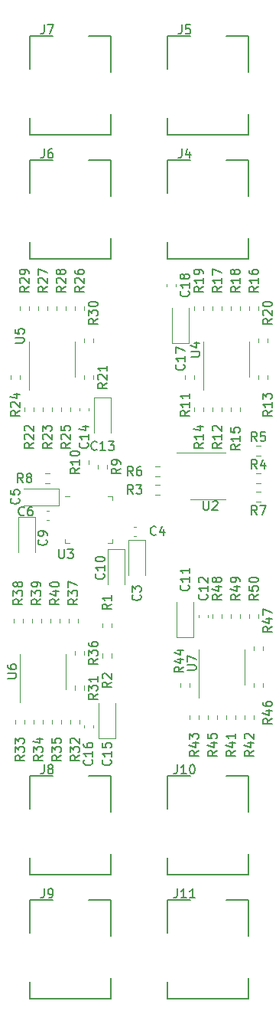
<source format=gbr>
%TF.GenerationSoftware,KiCad,Pcbnew,(6.0.5)*%
%TF.CreationDate,2022-06-21T23:16:53+02:00*%
%TF.ProjectId,eurorack-pmod-pcb,6575726f-7261-4636-9b2d-706d6f642d70,rev?*%
%TF.SameCoordinates,Original*%
%TF.FileFunction,Legend,Top*%
%TF.FilePolarity,Positive*%
%FSLAX46Y46*%
G04 Gerber Fmt 4.6, Leading zero omitted, Abs format (unit mm)*
G04 Created by KiCad (PCBNEW (6.0.5)) date 2022-06-21 23:16:53*
%MOMM*%
%LPD*%
G01*
G04 APERTURE LIST*
%ADD10C,0.150000*%
%ADD11C,0.120000*%
%ADD12C,0.200000*%
G04 APERTURE END LIST*
D10*
%TO.C,R29*%
X2484380Y-29090857D02*
X2008190Y-29424190D01*
X2484380Y-29662285D02*
X1484380Y-29662285D01*
X1484380Y-29281333D01*
X1532000Y-29186095D01*
X1579619Y-29138476D01*
X1674857Y-29090857D01*
X1817714Y-29090857D01*
X1912952Y-29138476D01*
X1960571Y-29186095D01*
X2008190Y-29281333D01*
X2008190Y-29662285D01*
X1579619Y-28709904D02*
X1532000Y-28662285D01*
X1484380Y-28567047D01*
X1484380Y-28328952D01*
X1532000Y-28233714D01*
X1579619Y-28186095D01*
X1674857Y-28138476D01*
X1770095Y-28138476D01*
X1912952Y-28186095D01*
X2484380Y-28757523D01*
X2484380Y-28138476D01*
X2484380Y-27662285D02*
X2484380Y-27471809D01*
X2436761Y-27376571D01*
X2389142Y-27328952D01*
X2246285Y-27233714D01*
X2055809Y-27186095D01*
X1674857Y-27186095D01*
X1579619Y-27233714D01*
X1532000Y-27281333D01*
X1484380Y-27376571D01*
X1484380Y-27567047D01*
X1532000Y-27662285D01*
X1579619Y-27709904D01*
X1674857Y-27757523D01*
X1912952Y-27757523D01*
X2008190Y-27709904D01*
X2055809Y-27662285D01*
X2103428Y-27567047D01*
X2103428Y-27376571D01*
X2055809Y-27281333D01*
X2008190Y-27233714D01*
X1912952Y-27186095D01*
%TO.C,R6*%
X14057333Y-49982380D02*
X13724000Y-49506190D01*
X13485904Y-49982380D02*
X13485904Y-48982380D01*
X13866857Y-48982380D01*
X13962095Y-49030000D01*
X14009714Y-49077619D01*
X14057333Y-49172857D01*
X14057333Y-49315714D01*
X14009714Y-49410952D01*
X13962095Y-49458571D01*
X13866857Y-49506190D01*
X13485904Y-49506190D01*
X14914476Y-48982380D02*
X14724000Y-48982380D01*
X14628761Y-49030000D01*
X14581142Y-49077619D01*
X14485904Y-49220476D01*
X14438285Y-49410952D01*
X14438285Y-49791904D01*
X14485904Y-49887142D01*
X14533523Y-49934761D01*
X14628761Y-49982380D01*
X14819238Y-49982380D01*
X14914476Y-49934761D01*
X14962095Y-49887142D01*
X15009714Y-49791904D01*
X15009714Y-49553809D01*
X14962095Y-49458571D01*
X14914476Y-49410952D01*
X14819238Y-49363333D01*
X14628761Y-49363333D01*
X14533523Y-49410952D01*
X14485904Y-49458571D01*
X14438285Y-49553809D01*
%TO.C,R17*%
X23820380Y-29090857D02*
X23344190Y-29424190D01*
X23820380Y-29662285D02*
X22820380Y-29662285D01*
X22820380Y-29281333D01*
X22868000Y-29186095D01*
X22915619Y-29138476D01*
X23010857Y-29090857D01*
X23153714Y-29090857D01*
X23248952Y-29138476D01*
X23296571Y-29186095D01*
X23344190Y-29281333D01*
X23344190Y-29662285D01*
X23820380Y-28138476D02*
X23820380Y-28709904D01*
X23820380Y-28424190D02*
X22820380Y-28424190D01*
X22963238Y-28519428D01*
X23058476Y-28614666D01*
X23106095Y-28709904D01*
X22820380Y-27805142D02*
X22820380Y-27138476D01*
X23820380Y-27567047D01*
%TO.C,R42*%
X27376380Y-80398857D02*
X26900190Y-80732190D01*
X27376380Y-80970285D02*
X26376380Y-80970285D01*
X26376380Y-80589333D01*
X26424000Y-80494095D01*
X26471619Y-80446476D01*
X26566857Y-80398857D01*
X26709714Y-80398857D01*
X26804952Y-80446476D01*
X26852571Y-80494095D01*
X26900190Y-80589333D01*
X26900190Y-80970285D01*
X26709714Y-79541714D02*
X27376380Y-79541714D01*
X26328761Y-79779809D02*
X27043047Y-80017904D01*
X27043047Y-79398857D01*
X26471619Y-79065523D02*
X26424000Y-79017904D01*
X26376380Y-78922666D01*
X26376380Y-78684571D01*
X26424000Y-78589333D01*
X26471619Y-78541714D01*
X26566857Y-78494095D01*
X26662095Y-78494095D01*
X26804952Y-78541714D01*
X27376380Y-79113142D01*
X27376380Y-78494095D01*
%TO.C,R47*%
X29408380Y-66682857D02*
X28932190Y-67016190D01*
X29408380Y-67254285D02*
X28408380Y-67254285D01*
X28408380Y-66873333D01*
X28456000Y-66778095D01*
X28503619Y-66730476D01*
X28598857Y-66682857D01*
X28741714Y-66682857D01*
X28836952Y-66730476D01*
X28884571Y-66778095D01*
X28932190Y-66873333D01*
X28932190Y-67254285D01*
X28741714Y-65825714D02*
X29408380Y-65825714D01*
X28360761Y-66063809D02*
X29075047Y-66301904D01*
X29075047Y-65682857D01*
X28408380Y-65397142D02*
X28408380Y-64730476D01*
X29408380Y-65159047D01*
%TO.C,R45*%
X23312380Y-80398857D02*
X22836190Y-80732190D01*
X23312380Y-80970285D02*
X22312380Y-80970285D01*
X22312380Y-80589333D01*
X22360000Y-80494095D01*
X22407619Y-80446476D01*
X22502857Y-80398857D01*
X22645714Y-80398857D01*
X22740952Y-80446476D01*
X22788571Y-80494095D01*
X22836190Y-80589333D01*
X22836190Y-80970285D01*
X22645714Y-79541714D02*
X23312380Y-79541714D01*
X22264761Y-79779809D02*
X22979047Y-80017904D01*
X22979047Y-79398857D01*
X22312380Y-78541714D02*
X22312380Y-79017904D01*
X22788571Y-79065523D01*
X22740952Y-79017904D01*
X22693333Y-78922666D01*
X22693333Y-78684571D01*
X22740952Y-78589333D01*
X22788571Y-78541714D01*
X22883809Y-78494095D01*
X23121904Y-78494095D01*
X23217142Y-78541714D01*
X23264761Y-78589333D01*
X23312380Y-78684571D01*
X23312380Y-78922666D01*
X23264761Y-79017904D01*
X23217142Y-79065523D01*
%TO.C,J6*%
X4178666Y-13880380D02*
X4178666Y-14594666D01*
X4131047Y-14737523D01*
X4035809Y-14832761D01*
X3892952Y-14880380D01*
X3797714Y-14880380D01*
X5083428Y-13880380D02*
X4892952Y-13880380D01*
X4797714Y-13928000D01*
X4750095Y-13975619D01*
X4654857Y-14118476D01*
X4607238Y-14308952D01*
X4607238Y-14689904D01*
X4654857Y-14785142D01*
X4702476Y-14832761D01*
X4797714Y-14880380D01*
X4988190Y-14880380D01*
X5083428Y-14832761D01*
X5131047Y-14785142D01*
X5178666Y-14689904D01*
X5178666Y-14451809D01*
X5131047Y-14356571D01*
X5083428Y-14308952D01*
X4988190Y-14261333D01*
X4797714Y-14261333D01*
X4702476Y-14308952D01*
X4654857Y-14356571D01*
X4607238Y-14451809D01*
%TO.C,R34*%
X4008380Y-80906857D02*
X3532190Y-81240190D01*
X4008380Y-81478285D02*
X3008380Y-81478285D01*
X3008380Y-81097333D01*
X3056000Y-81002095D01*
X3103619Y-80954476D01*
X3198857Y-80906857D01*
X3341714Y-80906857D01*
X3436952Y-80954476D01*
X3484571Y-81002095D01*
X3532190Y-81097333D01*
X3532190Y-81478285D01*
X3008380Y-80573523D02*
X3008380Y-79954476D01*
X3389333Y-80287809D01*
X3389333Y-80144952D01*
X3436952Y-80049714D01*
X3484571Y-80002095D01*
X3579809Y-79954476D01*
X3817904Y-79954476D01*
X3913142Y-80002095D01*
X3960761Y-80049714D01*
X4008380Y-80144952D01*
X4008380Y-80430666D01*
X3960761Y-80525904D01*
X3913142Y-80573523D01*
X3341714Y-79097333D02*
X4008380Y-79097333D01*
X2960761Y-79335428D02*
X3675047Y-79573523D01*
X3675047Y-78954476D01*
%TO.C,C4*%
X16597333Y-56491142D02*
X16549714Y-56538761D01*
X16406857Y-56586380D01*
X16311619Y-56586380D01*
X16168761Y-56538761D01*
X16073523Y-56443523D01*
X16025904Y-56348285D01*
X15978285Y-56157809D01*
X15978285Y-56014952D01*
X16025904Y-55824476D01*
X16073523Y-55729238D01*
X16168761Y-55634000D01*
X16311619Y-55586380D01*
X16406857Y-55586380D01*
X16549714Y-55634000D01*
X16597333Y-55681619D01*
X17454476Y-55919714D02*
X17454476Y-56586380D01*
X17216380Y-55538761D02*
X16978285Y-56253047D01*
X17597333Y-56253047D01*
%TO.C,R30*%
X10104380Y-32646857D02*
X9628190Y-32980190D01*
X10104380Y-33218285D02*
X9104380Y-33218285D01*
X9104380Y-32837333D01*
X9152000Y-32742095D01*
X9199619Y-32694476D01*
X9294857Y-32646857D01*
X9437714Y-32646857D01*
X9532952Y-32694476D01*
X9580571Y-32742095D01*
X9628190Y-32837333D01*
X9628190Y-33218285D01*
X9104380Y-32313523D02*
X9104380Y-31694476D01*
X9485333Y-32027809D01*
X9485333Y-31884952D01*
X9532952Y-31789714D01*
X9580571Y-31742095D01*
X9675809Y-31694476D01*
X9913904Y-31694476D01*
X10009142Y-31742095D01*
X10056761Y-31789714D01*
X10104380Y-31884952D01*
X10104380Y-32170666D01*
X10056761Y-32265904D01*
X10009142Y-32313523D01*
X9104380Y-31075428D02*
X9104380Y-30980190D01*
X9152000Y-30884952D01*
X9199619Y-30837333D01*
X9294857Y-30789714D01*
X9485333Y-30742095D01*
X9723428Y-30742095D01*
X9913904Y-30789714D01*
X10009142Y-30837333D01*
X10056761Y-30884952D01*
X10104380Y-30980190D01*
X10104380Y-31075428D01*
X10056761Y-31170666D01*
X10009142Y-31218285D01*
X9913904Y-31265904D01*
X9723428Y-31313523D01*
X9485333Y-31313523D01*
X9294857Y-31265904D01*
X9199619Y-31218285D01*
X9152000Y-31170666D01*
X9104380Y-31075428D01*
%TO.C,C14*%
X8993142Y-46362857D02*
X9040761Y-46410476D01*
X9088380Y-46553333D01*
X9088380Y-46648571D01*
X9040761Y-46791428D01*
X8945523Y-46886666D01*
X8850285Y-46934285D01*
X8659809Y-46981904D01*
X8516952Y-46981904D01*
X8326476Y-46934285D01*
X8231238Y-46886666D01*
X8136000Y-46791428D01*
X8088380Y-46648571D01*
X8088380Y-46553333D01*
X8136000Y-46410476D01*
X8183619Y-46362857D01*
X9088380Y-45410476D02*
X9088380Y-45981904D01*
X9088380Y-45696190D02*
X8088380Y-45696190D01*
X8231238Y-45791428D01*
X8326476Y-45886666D01*
X8374095Y-45981904D01*
X8421714Y-44553333D02*
X9088380Y-44553333D01*
X8040761Y-44791428D02*
X8755047Y-45029523D01*
X8755047Y-44410476D01*
%TO.C,R39*%
X3817380Y-63634857D02*
X3341190Y-63968190D01*
X3817380Y-64206285D02*
X2817380Y-64206285D01*
X2817380Y-63825333D01*
X2865000Y-63730095D01*
X2912619Y-63682476D01*
X3007857Y-63634857D01*
X3150714Y-63634857D01*
X3245952Y-63682476D01*
X3293571Y-63730095D01*
X3341190Y-63825333D01*
X3341190Y-64206285D01*
X2817380Y-63301523D02*
X2817380Y-62682476D01*
X3198333Y-63015809D01*
X3198333Y-62872952D01*
X3245952Y-62777714D01*
X3293571Y-62730095D01*
X3388809Y-62682476D01*
X3626904Y-62682476D01*
X3722142Y-62730095D01*
X3769761Y-62777714D01*
X3817380Y-62872952D01*
X3817380Y-63158666D01*
X3769761Y-63253904D01*
X3722142Y-63301523D01*
X3817380Y-62206285D02*
X3817380Y-62015809D01*
X3769761Y-61920571D01*
X3722142Y-61872952D01*
X3579285Y-61777714D01*
X3388809Y-61730095D01*
X3007857Y-61730095D01*
X2912619Y-61777714D01*
X2865000Y-61825333D01*
X2817380Y-61920571D01*
X2817380Y-62111047D01*
X2865000Y-62206285D01*
X2912619Y-62253904D01*
X3007857Y-62301523D01*
X3245952Y-62301523D01*
X3341190Y-62253904D01*
X3388809Y-62206285D01*
X3436428Y-62111047D01*
X3436428Y-61920571D01*
X3388809Y-61825333D01*
X3341190Y-61777714D01*
X3245952Y-61730095D01*
%TO.C,U5*%
X976380Y-35305904D02*
X1785904Y-35305904D01*
X1881142Y-35258285D01*
X1928761Y-35210666D01*
X1976380Y-35115428D01*
X1976380Y-34924952D01*
X1928761Y-34829714D01*
X1881142Y-34782095D01*
X1785904Y-34734476D01*
X976380Y-34734476D01*
X976380Y-33782095D02*
X976380Y-34258285D01*
X1452571Y-34305904D01*
X1404952Y-34258285D01*
X1357333Y-34163047D01*
X1357333Y-33924952D01*
X1404952Y-33829714D01*
X1452571Y-33782095D01*
X1547809Y-33734476D01*
X1785904Y-33734476D01*
X1881142Y-33782095D01*
X1928761Y-33829714D01*
X1976380Y-33924952D01*
X1976380Y-34163047D01*
X1928761Y-34258285D01*
X1881142Y-34305904D01*
%TO.C,R5*%
X27773333Y-46172380D02*
X27440000Y-45696190D01*
X27201904Y-46172380D02*
X27201904Y-45172380D01*
X27582857Y-45172380D01*
X27678095Y-45220000D01*
X27725714Y-45267619D01*
X27773333Y-45362857D01*
X27773333Y-45505714D01*
X27725714Y-45600952D01*
X27678095Y-45648571D01*
X27582857Y-45696190D01*
X27201904Y-45696190D01*
X28678095Y-45172380D02*
X28201904Y-45172380D01*
X28154285Y-45648571D01*
X28201904Y-45600952D01*
X28297142Y-45553333D01*
X28535238Y-45553333D01*
X28630476Y-45600952D01*
X28678095Y-45648571D01*
X28725714Y-45743809D01*
X28725714Y-45981904D01*
X28678095Y-46077142D01*
X28630476Y-46124761D01*
X28535238Y-46172380D01*
X28297142Y-46172380D01*
X28201904Y-46124761D01*
X28154285Y-46077142D01*
%TO.C,R1*%
X11628380Y-64174666D02*
X11152190Y-64508000D01*
X11628380Y-64746095D02*
X10628380Y-64746095D01*
X10628380Y-64365142D01*
X10676000Y-64269904D01*
X10723619Y-64222285D01*
X10818857Y-64174666D01*
X10961714Y-64174666D01*
X11056952Y-64222285D01*
X11104571Y-64269904D01*
X11152190Y-64365142D01*
X11152190Y-64746095D01*
X11628380Y-63222285D02*
X11628380Y-63793714D01*
X11628380Y-63508000D02*
X10628380Y-63508000D01*
X10771238Y-63603238D01*
X10866476Y-63698476D01*
X10914095Y-63793714D01*
%TO.C,C10*%
X10771142Y-60840857D02*
X10818761Y-60888476D01*
X10866380Y-61031333D01*
X10866380Y-61126571D01*
X10818761Y-61269428D01*
X10723523Y-61364666D01*
X10628285Y-61412285D01*
X10437809Y-61459904D01*
X10294952Y-61459904D01*
X10104476Y-61412285D01*
X10009238Y-61364666D01*
X9914000Y-61269428D01*
X9866380Y-61126571D01*
X9866380Y-61031333D01*
X9914000Y-60888476D01*
X9961619Y-60840857D01*
X10866380Y-59888476D02*
X10866380Y-60459904D01*
X10866380Y-60174190D02*
X9866380Y-60174190D01*
X10009238Y-60269428D01*
X10104476Y-60364666D01*
X10152095Y-60459904D01*
X9866380Y-59269428D02*
X9866380Y-59174190D01*
X9914000Y-59078952D01*
X9961619Y-59031333D01*
X10056857Y-58983714D01*
X10247333Y-58936095D01*
X10485428Y-58936095D01*
X10675904Y-58983714D01*
X10771142Y-59031333D01*
X10818761Y-59078952D01*
X10866380Y-59174190D01*
X10866380Y-59269428D01*
X10818761Y-59364666D01*
X10771142Y-59412285D01*
X10675904Y-59459904D01*
X10485428Y-59507523D01*
X10247333Y-59507523D01*
X10056857Y-59459904D01*
X9961619Y-59412285D01*
X9914000Y-59364666D01*
X9866380Y-59269428D01*
%TO.C,R3*%
X14057333Y-52014380D02*
X13724000Y-51538190D01*
X13485904Y-52014380D02*
X13485904Y-51014380D01*
X13866857Y-51014380D01*
X13962095Y-51062000D01*
X14009714Y-51109619D01*
X14057333Y-51204857D01*
X14057333Y-51347714D01*
X14009714Y-51442952D01*
X13962095Y-51490571D01*
X13866857Y-51538190D01*
X13485904Y-51538190D01*
X14390666Y-51014380D02*
X15009714Y-51014380D01*
X14676380Y-51395333D01*
X14819238Y-51395333D01*
X14914476Y-51442952D01*
X14962095Y-51490571D01*
X15009714Y-51585809D01*
X15009714Y-51823904D01*
X14962095Y-51919142D01*
X14914476Y-51966761D01*
X14819238Y-52014380D01*
X14533523Y-52014380D01*
X14438285Y-51966761D01*
X14390666Y-51919142D01*
%TO.C,R11*%
X20264380Y-42806857D02*
X19788190Y-43140190D01*
X20264380Y-43378285D02*
X19264380Y-43378285D01*
X19264380Y-42997333D01*
X19312000Y-42902095D01*
X19359619Y-42854476D01*
X19454857Y-42806857D01*
X19597714Y-42806857D01*
X19692952Y-42854476D01*
X19740571Y-42902095D01*
X19788190Y-42997333D01*
X19788190Y-43378285D01*
X20264380Y-41854476D02*
X20264380Y-42425904D01*
X20264380Y-42140190D02*
X19264380Y-42140190D01*
X19407238Y-42235428D01*
X19502476Y-42330666D01*
X19550095Y-42425904D01*
X20264380Y-40902095D02*
X20264380Y-41473523D01*
X20264380Y-41187809D02*
X19264380Y-41187809D01*
X19407238Y-41283047D01*
X19502476Y-41378285D01*
X19550095Y-41473523D01*
%TO.C,R43*%
X21280380Y-80398857D02*
X20804190Y-80732190D01*
X21280380Y-80970285D02*
X20280380Y-80970285D01*
X20280380Y-80589333D01*
X20328000Y-80494095D01*
X20375619Y-80446476D01*
X20470857Y-80398857D01*
X20613714Y-80398857D01*
X20708952Y-80446476D01*
X20756571Y-80494095D01*
X20804190Y-80589333D01*
X20804190Y-80970285D01*
X20613714Y-79541714D02*
X21280380Y-79541714D01*
X20232761Y-79779809D02*
X20947047Y-80017904D01*
X20947047Y-79398857D01*
X20280380Y-79113142D02*
X20280380Y-78494095D01*
X20661333Y-78827428D01*
X20661333Y-78684571D01*
X20708952Y-78589333D01*
X20756571Y-78541714D01*
X20851809Y-78494095D01*
X21089904Y-78494095D01*
X21185142Y-78541714D01*
X21232761Y-78589333D01*
X21280380Y-78684571D01*
X21280380Y-78970285D01*
X21232761Y-79065523D01*
X21185142Y-79113142D01*
%TO.C,R48*%
X23820380Y-63126857D02*
X23344190Y-63460190D01*
X23820380Y-63698285D02*
X22820380Y-63698285D01*
X22820380Y-63317333D01*
X22868000Y-63222095D01*
X22915619Y-63174476D01*
X23010857Y-63126857D01*
X23153714Y-63126857D01*
X23248952Y-63174476D01*
X23296571Y-63222095D01*
X23344190Y-63317333D01*
X23344190Y-63698285D01*
X23153714Y-62269714D02*
X23820380Y-62269714D01*
X22772761Y-62507809D02*
X23487047Y-62745904D01*
X23487047Y-62126857D01*
X23248952Y-61603047D02*
X23201333Y-61698285D01*
X23153714Y-61745904D01*
X23058476Y-61793523D01*
X23010857Y-61793523D01*
X22915619Y-61745904D01*
X22868000Y-61698285D01*
X22820380Y-61603047D01*
X22820380Y-61412571D01*
X22868000Y-61317333D01*
X22915619Y-61269714D01*
X23010857Y-61222095D01*
X23058476Y-61222095D01*
X23153714Y-61269714D01*
X23201333Y-61317333D01*
X23248952Y-61412571D01*
X23248952Y-61603047D01*
X23296571Y-61698285D01*
X23344190Y-61745904D01*
X23439428Y-61793523D01*
X23629904Y-61793523D01*
X23725142Y-61745904D01*
X23772761Y-61698285D01*
X23820380Y-61603047D01*
X23820380Y-61412571D01*
X23772761Y-61317333D01*
X23725142Y-61269714D01*
X23629904Y-61222095D01*
X23439428Y-61222095D01*
X23344190Y-61269714D01*
X23296571Y-61317333D01*
X23248952Y-61412571D01*
%TO.C,U3*%
X5842095Y-58126380D02*
X5842095Y-58935904D01*
X5889714Y-59031142D01*
X5937333Y-59078761D01*
X6032571Y-59126380D01*
X6223047Y-59126380D01*
X6318285Y-59078761D01*
X6365904Y-59031142D01*
X6413523Y-58935904D01*
X6413523Y-58126380D01*
X6794476Y-58126380D02*
X7413523Y-58126380D01*
X7080190Y-58507333D01*
X7223047Y-58507333D01*
X7318285Y-58554952D01*
X7365904Y-58602571D01*
X7413523Y-58697809D01*
X7413523Y-58935904D01*
X7365904Y-59031142D01*
X7318285Y-59078761D01*
X7223047Y-59126380D01*
X6937333Y-59126380D01*
X6842095Y-59078761D01*
X6794476Y-59031142D01*
%TO.C,C16*%
X9469142Y-81414857D02*
X9516761Y-81462476D01*
X9564380Y-81605333D01*
X9564380Y-81700571D01*
X9516761Y-81843428D01*
X9421523Y-81938666D01*
X9326285Y-81986285D01*
X9135809Y-82033904D01*
X8992952Y-82033904D01*
X8802476Y-81986285D01*
X8707238Y-81938666D01*
X8612000Y-81843428D01*
X8564380Y-81700571D01*
X8564380Y-81605333D01*
X8612000Y-81462476D01*
X8659619Y-81414857D01*
X9564380Y-80462476D02*
X9564380Y-81033904D01*
X9564380Y-80748190D02*
X8564380Y-80748190D01*
X8707238Y-80843428D01*
X8802476Y-80938666D01*
X8850095Y-81033904D01*
X8564380Y-79605333D02*
X8564380Y-79795809D01*
X8612000Y-79891047D01*
X8659619Y-79938666D01*
X8802476Y-80033904D01*
X8992952Y-80081523D01*
X9373904Y-80081523D01*
X9469142Y-80033904D01*
X9516761Y-79986285D01*
X9564380Y-79891047D01*
X9564380Y-79700571D01*
X9516761Y-79605333D01*
X9469142Y-79557714D01*
X9373904Y-79510095D01*
X9135809Y-79510095D01*
X9040571Y-79557714D01*
X8992952Y-79605333D01*
X8945333Y-79700571D01*
X8945333Y-79891047D01*
X8992952Y-79986285D01*
X9040571Y-80033904D01*
X9135809Y-80081523D01*
%TO.C,R27*%
X4516380Y-29090857D02*
X4040190Y-29424190D01*
X4516380Y-29662285D02*
X3516380Y-29662285D01*
X3516380Y-29281333D01*
X3564000Y-29186095D01*
X3611619Y-29138476D01*
X3706857Y-29090857D01*
X3849714Y-29090857D01*
X3944952Y-29138476D01*
X3992571Y-29186095D01*
X4040190Y-29281333D01*
X4040190Y-29662285D01*
X3611619Y-28709904D02*
X3564000Y-28662285D01*
X3516380Y-28567047D01*
X3516380Y-28328952D01*
X3564000Y-28233714D01*
X3611619Y-28186095D01*
X3706857Y-28138476D01*
X3802095Y-28138476D01*
X3944952Y-28186095D01*
X4516380Y-28757523D01*
X4516380Y-28138476D01*
X3516380Y-27805142D02*
X3516380Y-27138476D01*
X4516380Y-27567047D01*
%TO.C,R25*%
X7056380Y-46362857D02*
X6580190Y-46696190D01*
X7056380Y-46934285D02*
X6056380Y-46934285D01*
X6056380Y-46553333D01*
X6104000Y-46458095D01*
X6151619Y-46410476D01*
X6246857Y-46362857D01*
X6389714Y-46362857D01*
X6484952Y-46410476D01*
X6532571Y-46458095D01*
X6580190Y-46553333D01*
X6580190Y-46934285D01*
X6151619Y-45981904D02*
X6104000Y-45934285D01*
X6056380Y-45839047D01*
X6056380Y-45600952D01*
X6104000Y-45505714D01*
X6151619Y-45458095D01*
X6246857Y-45410476D01*
X6342095Y-45410476D01*
X6484952Y-45458095D01*
X7056380Y-46029523D01*
X7056380Y-45410476D01*
X6056380Y-44505714D02*
X6056380Y-44981904D01*
X6532571Y-45029523D01*
X6484952Y-44981904D01*
X6437333Y-44886666D01*
X6437333Y-44648571D01*
X6484952Y-44553333D01*
X6532571Y-44505714D01*
X6627809Y-44458095D01*
X6865904Y-44458095D01*
X6961142Y-44505714D01*
X7008761Y-44553333D01*
X7056380Y-44648571D01*
X7056380Y-44886666D01*
X7008761Y-44981904D01*
X6961142Y-45029523D01*
%TO.C,J4*%
X19418666Y-13880380D02*
X19418666Y-14594666D01*
X19371047Y-14737523D01*
X19275809Y-14832761D01*
X19132952Y-14880380D01*
X19037714Y-14880380D01*
X20323428Y-14213714D02*
X20323428Y-14880380D01*
X20085333Y-13832761D02*
X19847238Y-14547047D01*
X20466285Y-14547047D01*
%TO.C,J11*%
X18942476Y-95668380D02*
X18942476Y-96382666D01*
X18894857Y-96525523D01*
X18799619Y-96620761D01*
X18656761Y-96668380D01*
X18561523Y-96668380D01*
X19942476Y-96668380D02*
X19371047Y-96668380D01*
X19656761Y-96668380D02*
X19656761Y-95668380D01*
X19561523Y-95811238D01*
X19466285Y-95906476D01*
X19371047Y-95954095D01*
X20894857Y-96668380D02*
X20323428Y-96668380D01*
X20609142Y-96668380D02*
X20609142Y-95668380D01*
X20513904Y-95811238D01*
X20418666Y-95906476D01*
X20323428Y-95954095D01*
%TO.C,R33*%
X1976380Y-80906857D02*
X1500190Y-81240190D01*
X1976380Y-81478285D02*
X976380Y-81478285D01*
X976380Y-81097333D01*
X1024000Y-81002095D01*
X1071619Y-80954476D01*
X1166857Y-80906857D01*
X1309714Y-80906857D01*
X1404952Y-80954476D01*
X1452571Y-81002095D01*
X1500190Y-81097333D01*
X1500190Y-81478285D01*
X976380Y-80573523D02*
X976380Y-79954476D01*
X1357333Y-80287809D01*
X1357333Y-80144952D01*
X1404952Y-80049714D01*
X1452571Y-80002095D01*
X1547809Y-79954476D01*
X1785904Y-79954476D01*
X1881142Y-80002095D01*
X1928761Y-80049714D01*
X1976380Y-80144952D01*
X1976380Y-80430666D01*
X1928761Y-80525904D01*
X1881142Y-80573523D01*
X976380Y-79621142D02*
X976380Y-79002095D01*
X1357333Y-79335428D01*
X1357333Y-79192571D01*
X1404952Y-79097333D01*
X1452571Y-79049714D01*
X1547809Y-79002095D01*
X1785904Y-79002095D01*
X1881142Y-79049714D01*
X1928761Y-79097333D01*
X1976380Y-79192571D01*
X1976380Y-79478285D01*
X1928761Y-79573523D01*
X1881142Y-79621142D01*
%TO.C,J9*%
X4178666Y-95668380D02*
X4178666Y-96382666D01*
X4131047Y-96525523D01*
X4035809Y-96620761D01*
X3892952Y-96668380D01*
X3797714Y-96668380D01*
X4702476Y-96668380D02*
X4892952Y-96668380D01*
X4988190Y-96620761D01*
X5035809Y-96573142D01*
X5131047Y-96430285D01*
X5178666Y-96239809D01*
X5178666Y-95858857D01*
X5131047Y-95763619D01*
X5083428Y-95716000D01*
X4988190Y-95668380D01*
X4797714Y-95668380D01*
X4702476Y-95716000D01*
X4654857Y-95763619D01*
X4607238Y-95858857D01*
X4607238Y-96096952D01*
X4654857Y-96192190D01*
X4702476Y-96239809D01*
X4797714Y-96287428D01*
X4988190Y-96287428D01*
X5083428Y-96239809D01*
X5131047Y-96192190D01*
X5178666Y-96096952D01*
%TO.C,R2*%
X11628380Y-72810666D02*
X11152190Y-73144000D01*
X11628380Y-73382095D02*
X10628380Y-73382095D01*
X10628380Y-73001142D01*
X10676000Y-72905904D01*
X10723619Y-72858285D01*
X10818857Y-72810666D01*
X10961714Y-72810666D01*
X11056952Y-72858285D01*
X11104571Y-72905904D01*
X11152190Y-73001142D01*
X11152190Y-73382095D01*
X10723619Y-72429714D02*
X10676000Y-72382095D01*
X10628380Y-72286857D01*
X10628380Y-72048761D01*
X10676000Y-71953523D01*
X10723619Y-71905904D01*
X10818857Y-71858285D01*
X10914095Y-71858285D01*
X11056952Y-71905904D01*
X11628380Y-72477333D01*
X11628380Y-71858285D01*
%TO.C,R49*%
X25852380Y-63126857D02*
X25376190Y-63460190D01*
X25852380Y-63698285D02*
X24852380Y-63698285D01*
X24852380Y-63317333D01*
X24900000Y-63222095D01*
X24947619Y-63174476D01*
X25042857Y-63126857D01*
X25185714Y-63126857D01*
X25280952Y-63174476D01*
X25328571Y-63222095D01*
X25376190Y-63317333D01*
X25376190Y-63698285D01*
X25185714Y-62269714D02*
X25852380Y-62269714D01*
X24804761Y-62507809D02*
X25519047Y-62745904D01*
X25519047Y-62126857D01*
X25852380Y-61698285D02*
X25852380Y-61507809D01*
X25804761Y-61412571D01*
X25757142Y-61364952D01*
X25614285Y-61269714D01*
X25423809Y-61222095D01*
X25042857Y-61222095D01*
X24947619Y-61269714D01*
X24900000Y-61317333D01*
X24852380Y-61412571D01*
X24852380Y-61603047D01*
X24900000Y-61698285D01*
X24947619Y-61745904D01*
X25042857Y-61793523D01*
X25280952Y-61793523D01*
X25376190Y-61745904D01*
X25423809Y-61698285D01*
X25471428Y-61603047D01*
X25471428Y-61412571D01*
X25423809Y-61317333D01*
X25376190Y-61269714D01*
X25280952Y-61222095D01*
%TO.C,R26*%
X8580380Y-29090857D02*
X8104190Y-29424190D01*
X8580380Y-29662285D02*
X7580380Y-29662285D01*
X7580380Y-29281333D01*
X7628000Y-29186095D01*
X7675619Y-29138476D01*
X7770857Y-29090857D01*
X7913714Y-29090857D01*
X8008952Y-29138476D01*
X8056571Y-29186095D01*
X8104190Y-29281333D01*
X8104190Y-29662285D01*
X7675619Y-28709904D02*
X7628000Y-28662285D01*
X7580380Y-28567047D01*
X7580380Y-28328952D01*
X7628000Y-28233714D01*
X7675619Y-28186095D01*
X7770857Y-28138476D01*
X7866095Y-28138476D01*
X8008952Y-28186095D01*
X8580380Y-28757523D01*
X8580380Y-28138476D01*
X7580380Y-27281333D02*
X7580380Y-27471809D01*
X7628000Y-27567047D01*
X7675619Y-27614666D01*
X7818476Y-27709904D01*
X8008952Y-27757523D01*
X8389904Y-27757523D01*
X8485142Y-27709904D01*
X8532761Y-27662285D01*
X8580380Y-27567047D01*
X8580380Y-27376571D01*
X8532761Y-27281333D01*
X8485142Y-27233714D01*
X8389904Y-27186095D01*
X8151809Y-27186095D01*
X8056571Y-27233714D01*
X8008952Y-27281333D01*
X7961333Y-27376571D01*
X7961333Y-27567047D01*
X8008952Y-27662285D01*
X8056571Y-27709904D01*
X8151809Y-27757523D01*
%TO.C,R22*%
X2992380Y-46362857D02*
X2516190Y-46696190D01*
X2992380Y-46934285D02*
X1992380Y-46934285D01*
X1992380Y-46553333D01*
X2040000Y-46458095D01*
X2087619Y-46410476D01*
X2182857Y-46362857D01*
X2325714Y-46362857D01*
X2420952Y-46410476D01*
X2468571Y-46458095D01*
X2516190Y-46553333D01*
X2516190Y-46934285D01*
X2087619Y-45981904D02*
X2040000Y-45934285D01*
X1992380Y-45839047D01*
X1992380Y-45600952D01*
X2040000Y-45505714D01*
X2087619Y-45458095D01*
X2182857Y-45410476D01*
X2278095Y-45410476D01*
X2420952Y-45458095D01*
X2992380Y-46029523D01*
X2992380Y-45410476D01*
X2087619Y-45029523D02*
X2040000Y-44981904D01*
X1992380Y-44886666D01*
X1992380Y-44648571D01*
X2040000Y-44553333D01*
X2087619Y-44505714D01*
X2182857Y-44458095D01*
X2278095Y-44458095D01*
X2420952Y-44505714D01*
X2992380Y-45077142D01*
X2992380Y-44458095D01*
%TO.C,R44*%
X19629380Y-71127857D02*
X19153190Y-71461190D01*
X19629380Y-71699285D02*
X18629380Y-71699285D01*
X18629380Y-71318333D01*
X18677000Y-71223095D01*
X18724619Y-71175476D01*
X18819857Y-71127857D01*
X18962714Y-71127857D01*
X19057952Y-71175476D01*
X19105571Y-71223095D01*
X19153190Y-71318333D01*
X19153190Y-71699285D01*
X18962714Y-70270714D02*
X19629380Y-70270714D01*
X18581761Y-70508809D02*
X19296047Y-70746904D01*
X19296047Y-70127857D01*
X18962714Y-69318333D02*
X19629380Y-69318333D01*
X18581761Y-69556428D02*
X19296047Y-69794523D01*
X19296047Y-69175476D01*
%TO.C,R7*%
X27773333Y-54300380D02*
X27440000Y-53824190D01*
X27201904Y-54300380D02*
X27201904Y-53300380D01*
X27582857Y-53300380D01*
X27678095Y-53348000D01*
X27725714Y-53395619D01*
X27773333Y-53490857D01*
X27773333Y-53633714D01*
X27725714Y-53728952D01*
X27678095Y-53776571D01*
X27582857Y-53824190D01*
X27201904Y-53824190D01*
X28106666Y-53300380D02*
X28773333Y-53300380D01*
X28344761Y-54300380D01*
%TO.C,C11*%
X20169142Y-62110857D02*
X20216761Y-62158476D01*
X20264380Y-62301333D01*
X20264380Y-62396571D01*
X20216761Y-62539428D01*
X20121523Y-62634666D01*
X20026285Y-62682285D01*
X19835809Y-62729904D01*
X19692952Y-62729904D01*
X19502476Y-62682285D01*
X19407238Y-62634666D01*
X19312000Y-62539428D01*
X19264380Y-62396571D01*
X19264380Y-62301333D01*
X19312000Y-62158476D01*
X19359619Y-62110857D01*
X20264380Y-61158476D02*
X20264380Y-61729904D01*
X20264380Y-61444190D02*
X19264380Y-61444190D01*
X19407238Y-61539428D01*
X19502476Y-61634666D01*
X19550095Y-61729904D01*
X20264380Y-60206095D02*
X20264380Y-60777523D01*
X20264380Y-60491809D02*
X19264380Y-60491809D01*
X19407238Y-60587047D01*
X19502476Y-60682285D01*
X19550095Y-60777523D01*
%TO.C,R18*%
X25852380Y-29090857D02*
X25376190Y-29424190D01*
X25852380Y-29662285D02*
X24852380Y-29662285D01*
X24852380Y-29281333D01*
X24900000Y-29186095D01*
X24947619Y-29138476D01*
X25042857Y-29090857D01*
X25185714Y-29090857D01*
X25280952Y-29138476D01*
X25328571Y-29186095D01*
X25376190Y-29281333D01*
X25376190Y-29662285D01*
X25852380Y-28138476D02*
X25852380Y-28709904D01*
X25852380Y-28424190D02*
X24852380Y-28424190D01*
X24995238Y-28519428D01*
X25090476Y-28614666D01*
X25138095Y-28709904D01*
X25280952Y-27567047D02*
X25233333Y-27662285D01*
X25185714Y-27709904D01*
X25090476Y-27757523D01*
X25042857Y-27757523D01*
X24947619Y-27709904D01*
X24900000Y-27662285D01*
X24852380Y-27567047D01*
X24852380Y-27376571D01*
X24900000Y-27281333D01*
X24947619Y-27233714D01*
X25042857Y-27186095D01*
X25090476Y-27186095D01*
X25185714Y-27233714D01*
X25233333Y-27281333D01*
X25280952Y-27376571D01*
X25280952Y-27567047D01*
X25328571Y-27662285D01*
X25376190Y-27709904D01*
X25471428Y-27757523D01*
X25661904Y-27757523D01*
X25757142Y-27709904D01*
X25804761Y-27662285D01*
X25852380Y-27567047D01*
X25852380Y-27376571D01*
X25804761Y-27281333D01*
X25757142Y-27233714D01*
X25661904Y-27186095D01*
X25471428Y-27186095D01*
X25376190Y-27233714D01*
X25328571Y-27281333D01*
X25280952Y-27376571D01*
%TO.C,R23*%
X5024380Y-46362857D02*
X4548190Y-46696190D01*
X5024380Y-46934285D02*
X4024380Y-46934285D01*
X4024380Y-46553333D01*
X4072000Y-46458095D01*
X4119619Y-46410476D01*
X4214857Y-46362857D01*
X4357714Y-46362857D01*
X4452952Y-46410476D01*
X4500571Y-46458095D01*
X4548190Y-46553333D01*
X4548190Y-46934285D01*
X4119619Y-45981904D02*
X4072000Y-45934285D01*
X4024380Y-45839047D01*
X4024380Y-45600952D01*
X4072000Y-45505714D01*
X4119619Y-45458095D01*
X4214857Y-45410476D01*
X4310095Y-45410476D01*
X4452952Y-45458095D01*
X5024380Y-46029523D01*
X5024380Y-45410476D01*
X4024380Y-45077142D02*
X4024380Y-44458095D01*
X4405333Y-44791428D01*
X4405333Y-44648571D01*
X4452952Y-44553333D01*
X4500571Y-44505714D01*
X4595809Y-44458095D01*
X4833904Y-44458095D01*
X4929142Y-44505714D01*
X4976761Y-44553333D01*
X5024380Y-44648571D01*
X5024380Y-44934285D01*
X4976761Y-45029523D01*
X4929142Y-45077142D01*
%TO.C,U4*%
X20436380Y-36829904D02*
X21245904Y-36829904D01*
X21341142Y-36782285D01*
X21388761Y-36734666D01*
X21436380Y-36639428D01*
X21436380Y-36448952D01*
X21388761Y-36353714D01*
X21341142Y-36306095D01*
X21245904Y-36258476D01*
X20436380Y-36258476D01*
X20769714Y-35353714D02*
X21436380Y-35353714D01*
X20388761Y-35591809D02*
X21103047Y-35829904D01*
X21103047Y-35210857D01*
%TO.C,R4*%
X27773333Y-49220380D02*
X27440000Y-48744190D01*
X27201904Y-49220380D02*
X27201904Y-48220380D01*
X27582857Y-48220380D01*
X27678095Y-48268000D01*
X27725714Y-48315619D01*
X27773333Y-48410857D01*
X27773333Y-48553714D01*
X27725714Y-48648952D01*
X27678095Y-48696571D01*
X27582857Y-48744190D01*
X27201904Y-48744190D01*
X28630476Y-48553714D02*
X28630476Y-49220380D01*
X28392380Y-48172761D02*
X28154285Y-48887047D01*
X28773333Y-48887047D01*
%TO.C,C13*%
X10025142Y-47093142D02*
X9977523Y-47140761D01*
X9834666Y-47188380D01*
X9739428Y-47188380D01*
X9596571Y-47140761D01*
X9501333Y-47045523D01*
X9453714Y-46950285D01*
X9406095Y-46759809D01*
X9406095Y-46616952D01*
X9453714Y-46426476D01*
X9501333Y-46331238D01*
X9596571Y-46236000D01*
X9739428Y-46188380D01*
X9834666Y-46188380D01*
X9977523Y-46236000D01*
X10025142Y-46283619D01*
X10977523Y-47188380D02*
X10406095Y-47188380D01*
X10691809Y-47188380D02*
X10691809Y-46188380D01*
X10596571Y-46331238D01*
X10501333Y-46426476D01*
X10406095Y-46474095D01*
X11310857Y-46188380D02*
X11929904Y-46188380D01*
X11596571Y-46569333D01*
X11739428Y-46569333D01*
X11834666Y-46616952D01*
X11882285Y-46664571D01*
X11929904Y-46759809D01*
X11929904Y-46997904D01*
X11882285Y-47093142D01*
X11834666Y-47140761D01*
X11739428Y-47188380D01*
X11453714Y-47188380D01*
X11358476Y-47140761D01*
X11310857Y-47093142D01*
%TO.C,R37*%
X7881380Y-63634857D02*
X7405190Y-63968190D01*
X7881380Y-64206285D02*
X6881380Y-64206285D01*
X6881380Y-63825333D01*
X6929000Y-63730095D01*
X6976619Y-63682476D01*
X7071857Y-63634857D01*
X7214714Y-63634857D01*
X7309952Y-63682476D01*
X7357571Y-63730095D01*
X7405190Y-63825333D01*
X7405190Y-64206285D01*
X6881380Y-63301523D02*
X6881380Y-62682476D01*
X7262333Y-63015809D01*
X7262333Y-62872952D01*
X7309952Y-62777714D01*
X7357571Y-62730095D01*
X7452809Y-62682476D01*
X7690904Y-62682476D01*
X7786142Y-62730095D01*
X7833761Y-62777714D01*
X7881380Y-62872952D01*
X7881380Y-63158666D01*
X7833761Y-63253904D01*
X7786142Y-63301523D01*
X6881380Y-62349142D02*
X6881380Y-61682476D01*
X7881380Y-62111047D01*
%TO.C,C15*%
X11533142Y-81414857D02*
X11580761Y-81462476D01*
X11628380Y-81605333D01*
X11628380Y-81700571D01*
X11580761Y-81843428D01*
X11485523Y-81938666D01*
X11390285Y-81986285D01*
X11199809Y-82033904D01*
X11056952Y-82033904D01*
X10866476Y-81986285D01*
X10771238Y-81938666D01*
X10676000Y-81843428D01*
X10628380Y-81700571D01*
X10628380Y-81605333D01*
X10676000Y-81462476D01*
X10723619Y-81414857D01*
X11628380Y-80462476D02*
X11628380Y-81033904D01*
X11628380Y-80748190D02*
X10628380Y-80748190D01*
X10771238Y-80843428D01*
X10866476Y-80938666D01*
X10914095Y-81033904D01*
X10628380Y-79557714D02*
X10628380Y-80033904D01*
X11104571Y-80081523D01*
X11056952Y-80033904D01*
X11009333Y-79938666D01*
X11009333Y-79700571D01*
X11056952Y-79605333D01*
X11104571Y-79557714D01*
X11199809Y-79510095D01*
X11437904Y-79510095D01*
X11533142Y-79557714D01*
X11580761Y-79605333D01*
X11628380Y-79700571D01*
X11628380Y-79938666D01*
X11580761Y-80033904D01*
X11533142Y-80081523D01*
%TO.C,C3*%
X14835142Y-63158666D02*
X14882761Y-63206285D01*
X14930380Y-63349142D01*
X14930380Y-63444380D01*
X14882761Y-63587238D01*
X14787523Y-63682476D01*
X14692285Y-63730095D01*
X14501809Y-63777714D01*
X14358952Y-63777714D01*
X14168476Y-63730095D01*
X14073238Y-63682476D01*
X13978000Y-63587238D01*
X13930380Y-63444380D01*
X13930380Y-63349142D01*
X13978000Y-63206285D01*
X14025619Y-63158666D01*
X13930380Y-62825333D02*
X13930380Y-62206285D01*
X14311333Y-62539619D01*
X14311333Y-62396761D01*
X14358952Y-62301523D01*
X14406571Y-62253904D01*
X14501809Y-62206285D01*
X14739904Y-62206285D01*
X14835142Y-62253904D01*
X14882761Y-62301523D01*
X14930380Y-62396761D01*
X14930380Y-62682476D01*
X14882761Y-62777714D01*
X14835142Y-62825333D01*
%TO.C,C6*%
X1992333Y-54332142D02*
X1944714Y-54379761D01*
X1801857Y-54427380D01*
X1706619Y-54427380D01*
X1563761Y-54379761D01*
X1468523Y-54284523D01*
X1420904Y-54189285D01*
X1373285Y-53998809D01*
X1373285Y-53855952D01*
X1420904Y-53665476D01*
X1468523Y-53570238D01*
X1563761Y-53475000D01*
X1706619Y-53427380D01*
X1801857Y-53427380D01*
X1944714Y-53475000D01*
X1992333Y-53522619D01*
X2849476Y-53427380D02*
X2659000Y-53427380D01*
X2563761Y-53475000D01*
X2516142Y-53522619D01*
X2420904Y-53665476D01*
X2373285Y-53855952D01*
X2373285Y-54236904D01*
X2420904Y-54332142D01*
X2468523Y-54379761D01*
X2563761Y-54427380D01*
X2754238Y-54427380D01*
X2849476Y-54379761D01*
X2897095Y-54332142D01*
X2944714Y-54236904D01*
X2944714Y-53998809D01*
X2897095Y-53903571D01*
X2849476Y-53855952D01*
X2754238Y-53808333D01*
X2563761Y-53808333D01*
X2468523Y-53855952D01*
X2420904Y-53903571D01*
X2373285Y-53998809D01*
%TO.C,C17*%
X19661142Y-37726857D02*
X19708761Y-37774476D01*
X19756380Y-37917333D01*
X19756380Y-38012571D01*
X19708761Y-38155428D01*
X19613523Y-38250666D01*
X19518285Y-38298285D01*
X19327809Y-38345904D01*
X19184952Y-38345904D01*
X18994476Y-38298285D01*
X18899238Y-38250666D01*
X18804000Y-38155428D01*
X18756380Y-38012571D01*
X18756380Y-37917333D01*
X18804000Y-37774476D01*
X18851619Y-37726857D01*
X19756380Y-36774476D02*
X19756380Y-37345904D01*
X19756380Y-37060190D02*
X18756380Y-37060190D01*
X18899238Y-37155428D01*
X18994476Y-37250666D01*
X19042095Y-37345904D01*
X18756380Y-36441142D02*
X18756380Y-35774476D01*
X19756380Y-36203047D01*
%TO.C,C5*%
X1373142Y-52490666D02*
X1420761Y-52538285D01*
X1468380Y-52681142D01*
X1468380Y-52776380D01*
X1420761Y-52919238D01*
X1325523Y-53014476D01*
X1230285Y-53062095D01*
X1039809Y-53109714D01*
X896952Y-53109714D01*
X706476Y-53062095D01*
X611238Y-53014476D01*
X515999Y-52919238D01*
X468380Y-52776380D01*
X468380Y-52681142D01*
X516000Y-52538285D01*
X563619Y-52490666D01*
X468380Y-51585904D02*
X468380Y-52062095D01*
X944571Y-52109714D01*
X896952Y-52062095D01*
X849333Y-51966857D01*
X849333Y-51728761D01*
X896952Y-51633523D01*
X944571Y-51585904D01*
X1039809Y-51538285D01*
X1277904Y-51538285D01*
X1373142Y-51585904D01*
X1420761Y-51633523D01*
X1468380Y-51728761D01*
X1468380Y-51966857D01*
X1420761Y-52062095D01*
X1373142Y-52109714D01*
%TO.C,R46*%
X29408380Y-76842857D02*
X28932190Y-77176190D01*
X29408380Y-77414285D02*
X28408380Y-77414285D01*
X28408380Y-77033333D01*
X28456000Y-76938095D01*
X28503619Y-76890476D01*
X28598857Y-76842857D01*
X28741714Y-76842857D01*
X28836952Y-76890476D01*
X28884571Y-76938095D01*
X28932190Y-77033333D01*
X28932190Y-77414285D01*
X28741714Y-75985714D02*
X29408380Y-75985714D01*
X28360761Y-76223809D02*
X29075047Y-76461904D01*
X29075047Y-75842857D01*
X28408380Y-75033333D02*
X28408380Y-75223809D01*
X28456000Y-75319047D01*
X28503619Y-75366666D01*
X28646476Y-75461904D01*
X28836952Y-75509523D01*
X29217904Y-75509523D01*
X29313142Y-75461904D01*
X29360761Y-75414285D01*
X29408380Y-75319047D01*
X29408380Y-75128571D01*
X29360761Y-75033333D01*
X29313142Y-74985714D01*
X29217904Y-74938095D01*
X28979809Y-74938095D01*
X28884571Y-74985714D01*
X28836952Y-75033333D01*
X28789333Y-75128571D01*
X28789333Y-75319047D01*
X28836952Y-75414285D01*
X28884571Y-75461904D01*
X28979809Y-75509523D01*
%TO.C,R10*%
X8072380Y-49156857D02*
X7596190Y-49490190D01*
X8072380Y-49728285D02*
X7072380Y-49728285D01*
X7072380Y-49347333D01*
X7120000Y-49252095D01*
X7167619Y-49204476D01*
X7262857Y-49156857D01*
X7405714Y-49156857D01*
X7500952Y-49204476D01*
X7548571Y-49252095D01*
X7596190Y-49347333D01*
X7596190Y-49728285D01*
X8072380Y-48204476D02*
X8072380Y-48775904D01*
X8072380Y-48490190D02*
X7072380Y-48490190D01*
X7215238Y-48585428D01*
X7310476Y-48680666D01*
X7358095Y-48775904D01*
X7072380Y-47585428D02*
X7072380Y-47490190D01*
X7120000Y-47394952D01*
X7167619Y-47347333D01*
X7262857Y-47299714D01*
X7453333Y-47252095D01*
X7691428Y-47252095D01*
X7881904Y-47299714D01*
X7977142Y-47347333D01*
X8024761Y-47394952D01*
X8072380Y-47490190D01*
X8072380Y-47585428D01*
X8024761Y-47680666D01*
X7977142Y-47728285D01*
X7881904Y-47775904D01*
X7691428Y-47823523D01*
X7453333Y-47823523D01*
X7262857Y-47775904D01*
X7167619Y-47728285D01*
X7120000Y-47680666D01*
X7072380Y-47585428D01*
%TO.C,R35*%
X6040380Y-80906857D02*
X5564190Y-81240190D01*
X6040380Y-81478285D02*
X5040380Y-81478285D01*
X5040380Y-81097333D01*
X5088000Y-81002095D01*
X5135619Y-80954476D01*
X5230857Y-80906857D01*
X5373714Y-80906857D01*
X5468952Y-80954476D01*
X5516571Y-81002095D01*
X5564190Y-81097333D01*
X5564190Y-81478285D01*
X5040380Y-80573523D02*
X5040380Y-79954476D01*
X5421333Y-80287809D01*
X5421333Y-80144952D01*
X5468952Y-80049714D01*
X5516571Y-80002095D01*
X5611809Y-79954476D01*
X5849904Y-79954476D01*
X5945142Y-80002095D01*
X5992761Y-80049714D01*
X6040380Y-80144952D01*
X6040380Y-80430666D01*
X5992761Y-80525904D01*
X5945142Y-80573523D01*
X5040380Y-79049714D02*
X5040380Y-79525904D01*
X5516571Y-79573523D01*
X5468952Y-79525904D01*
X5421333Y-79430666D01*
X5421333Y-79192571D01*
X5468952Y-79097333D01*
X5516571Y-79049714D01*
X5611809Y-79002095D01*
X5849904Y-79002095D01*
X5945142Y-79049714D01*
X5992761Y-79097333D01*
X6040380Y-79192571D01*
X6040380Y-79430666D01*
X5992761Y-79525904D01*
X5945142Y-79573523D01*
%TO.C,C18*%
X20169142Y-29598857D02*
X20216761Y-29646476D01*
X20264380Y-29789333D01*
X20264380Y-29884571D01*
X20216761Y-30027428D01*
X20121523Y-30122666D01*
X20026285Y-30170285D01*
X19835809Y-30217904D01*
X19692952Y-30217904D01*
X19502476Y-30170285D01*
X19407238Y-30122666D01*
X19312000Y-30027428D01*
X19264380Y-29884571D01*
X19264380Y-29789333D01*
X19312000Y-29646476D01*
X19359619Y-29598857D01*
X20264380Y-28646476D02*
X20264380Y-29217904D01*
X20264380Y-28932190D02*
X19264380Y-28932190D01*
X19407238Y-29027428D01*
X19502476Y-29122666D01*
X19550095Y-29217904D01*
X19692952Y-28075047D02*
X19645333Y-28170285D01*
X19597714Y-28217904D01*
X19502476Y-28265523D01*
X19454857Y-28265523D01*
X19359619Y-28217904D01*
X19312000Y-28170285D01*
X19264380Y-28075047D01*
X19264380Y-27884571D01*
X19312000Y-27789333D01*
X19359619Y-27741714D01*
X19454857Y-27694095D01*
X19502476Y-27694095D01*
X19597714Y-27741714D01*
X19645333Y-27789333D01*
X19692952Y-27884571D01*
X19692952Y-28075047D01*
X19740571Y-28170285D01*
X19788190Y-28217904D01*
X19883428Y-28265523D01*
X20073904Y-28265523D01*
X20169142Y-28217904D01*
X20216761Y-28170285D01*
X20264380Y-28075047D01*
X20264380Y-27884571D01*
X20216761Y-27789333D01*
X20169142Y-27741714D01*
X20073904Y-27694095D01*
X19883428Y-27694095D01*
X19788190Y-27741714D01*
X19740571Y-27789333D01*
X19692952Y-27884571D01*
%TO.C,R9*%
X12644380Y-49188666D02*
X12168190Y-49522000D01*
X12644380Y-49760095D02*
X11644380Y-49760095D01*
X11644380Y-49379142D01*
X11692000Y-49283904D01*
X11739619Y-49236285D01*
X11834857Y-49188666D01*
X11977714Y-49188666D01*
X12072952Y-49236285D01*
X12120571Y-49283904D01*
X12168190Y-49379142D01*
X12168190Y-49760095D01*
X12644380Y-48712476D02*
X12644380Y-48522000D01*
X12596761Y-48426761D01*
X12549142Y-48379142D01*
X12406285Y-48283904D01*
X12215809Y-48236285D01*
X11834857Y-48236285D01*
X11739619Y-48283904D01*
X11692000Y-48331523D01*
X11644380Y-48426761D01*
X11644380Y-48617238D01*
X11692000Y-48712476D01*
X11739619Y-48760095D01*
X11834857Y-48807714D01*
X12072952Y-48807714D01*
X12168190Y-48760095D01*
X12215809Y-48712476D01*
X12263428Y-48617238D01*
X12263428Y-48426761D01*
X12215809Y-48331523D01*
X12168190Y-48283904D01*
X12072952Y-48236285D01*
%TO.C,U7*%
X20026380Y-71500904D02*
X20835904Y-71500904D01*
X20931142Y-71453285D01*
X20978761Y-71405666D01*
X21026380Y-71310428D01*
X21026380Y-71119952D01*
X20978761Y-71024714D01*
X20931142Y-70977095D01*
X20835904Y-70929476D01*
X20026380Y-70929476D01*
X20026380Y-70548523D02*
X20026380Y-69881857D01*
X21026380Y-70310428D01*
%TO.C,R21*%
X11120380Y-39758857D02*
X10644190Y-40092190D01*
X11120380Y-40330285D02*
X10120380Y-40330285D01*
X10120380Y-39949333D01*
X10168000Y-39854095D01*
X10215619Y-39806476D01*
X10310857Y-39758857D01*
X10453714Y-39758857D01*
X10548952Y-39806476D01*
X10596571Y-39854095D01*
X10644190Y-39949333D01*
X10644190Y-40330285D01*
X10215619Y-39377904D02*
X10168000Y-39330285D01*
X10120380Y-39235047D01*
X10120380Y-38996952D01*
X10168000Y-38901714D01*
X10215619Y-38854095D01*
X10310857Y-38806476D01*
X10406095Y-38806476D01*
X10548952Y-38854095D01*
X11120380Y-39425523D01*
X11120380Y-38806476D01*
X11120380Y-37854095D02*
X11120380Y-38425523D01*
X11120380Y-38139809D02*
X10120380Y-38139809D01*
X10263238Y-38235047D01*
X10358476Y-38330285D01*
X10406095Y-38425523D01*
%TO.C,C12*%
X22201142Y-63126857D02*
X22248761Y-63174476D01*
X22296380Y-63317333D01*
X22296380Y-63412571D01*
X22248761Y-63555428D01*
X22153523Y-63650666D01*
X22058285Y-63698285D01*
X21867809Y-63745904D01*
X21724952Y-63745904D01*
X21534476Y-63698285D01*
X21439238Y-63650666D01*
X21344000Y-63555428D01*
X21296380Y-63412571D01*
X21296380Y-63317333D01*
X21344000Y-63174476D01*
X21391619Y-63126857D01*
X22296380Y-62174476D02*
X22296380Y-62745904D01*
X22296380Y-62460190D02*
X21296380Y-62460190D01*
X21439238Y-62555428D01*
X21534476Y-62650666D01*
X21582095Y-62745904D01*
X21391619Y-61793523D02*
X21344000Y-61745904D01*
X21296380Y-61650666D01*
X21296380Y-61412571D01*
X21344000Y-61317333D01*
X21391619Y-61269714D01*
X21486857Y-61222095D01*
X21582095Y-61222095D01*
X21724952Y-61269714D01*
X22296380Y-61841142D01*
X22296380Y-61222095D01*
%TO.C,R19*%
X21788380Y-29090857D02*
X21312190Y-29424190D01*
X21788380Y-29662285D02*
X20788380Y-29662285D01*
X20788380Y-29281333D01*
X20836000Y-29186095D01*
X20883619Y-29138476D01*
X20978857Y-29090857D01*
X21121714Y-29090857D01*
X21216952Y-29138476D01*
X21264571Y-29186095D01*
X21312190Y-29281333D01*
X21312190Y-29662285D01*
X21788380Y-28138476D02*
X21788380Y-28709904D01*
X21788380Y-28424190D02*
X20788380Y-28424190D01*
X20931238Y-28519428D01*
X21026476Y-28614666D01*
X21074095Y-28709904D01*
X21788380Y-27662285D02*
X21788380Y-27471809D01*
X21740761Y-27376571D01*
X21693142Y-27328952D01*
X21550285Y-27233714D01*
X21359809Y-27186095D01*
X20978857Y-27186095D01*
X20883619Y-27233714D01*
X20836000Y-27281333D01*
X20788380Y-27376571D01*
X20788380Y-27567047D01*
X20836000Y-27662285D01*
X20883619Y-27709904D01*
X20978857Y-27757523D01*
X21216952Y-27757523D01*
X21312190Y-27709904D01*
X21359809Y-27662285D01*
X21407428Y-27567047D01*
X21407428Y-27376571D01*
X21359809Y-27281333D01*
X21312190Y-27233714D01*
X21216952Y-27186095D01*
%TO.C,J10*%
X18942476Y-81952380D02*
X18942476Y-82666666D01*
X18894857Y-82809523D01*
X18799619Y-82904761D01*
X18656761Y-82952380D01*
X18561523Y-82952380D01*
X19942476Y-82952380D02*
X19371047Y-82952380D01*
X19656761Y-82952380D02*
X19656761Y-81952380D01*
X19561523Y-82095238D01*
X19466285Y-82190476D01*
X19371047Y-82238095D01*
X20561523Y-81952380D02*
X20656761Y-81952380D01*
X20752000Y-82000000D01*
X20799619Y-82047619D01*
X20847238Y-82142857D01*
X20894857Y-82333333D01*
X20894857Y-82571428D01*
X20847238Y-82761904D01*
X20799619Y-82857142D01*
X20752000Y-82904761D01*
X20656761Y-82952380D01*
X20561523Y-82952380D01*
X20466285Y-82904761D01*
X20418666Y-82857142D01*
X20371047Y-82761904D01*
X20323428Y-82571428D01*
X20323428Y-82333333D01*
X20371047Y-82142857D01*
X20418666Y-82047619D01*
X20466285Y-82000000D01*
X20561523Y-81952380D01*
%TO.C,R15*%
X25852380Y-46553857D02*
X25376190Y-46887190D01*
X25852380Y-47125285D02*
X24852380Y-47125285D01*
X24852380Y-46744333D01*
X24900000Y-46649095D01*
X24947619Y-46601476D01*
X25042857Y-46553857D01*
X25185714Y-46553857D01*
X25280952Y-46601476D01*
X25328571Y-46649095D01*
X25376190Y-46744333D01*
X25376190Y-47125285D01*
X25852380Y-45601476D02*
X25852380Y-46172904D01*
X25852380Y-45887190D02*
X24852380Y-45887190D01*
X24995238Y-45982428D01*
X25090476Y-46077666D01*
X25138095Y-46172904D01*
X24852380Y-44696714D02*
X24852380Y-45172904D01*
X25328571Y-45220523D01*
X25280952Y-45172904D01*
X25233333Y-45077666D01*
X25233333Y-44839571D01*
X25280952Y-44744333D01*
X25328571Y-44696714D01*
X25423809Y-44649095D01*
X25661904Y-44649095D01*
X25757142Y-44696714D01*
X25804761Y-44744333D01*
X25852380Y-44839571D01*
X25852380Y-45077666D01*
X25804761Y-45172904D01*
X25757142Y-45220523D01*
%TO.C,J8*%
X4178666Y-81952380D02*
X4178666Y-82666666D01*
X4131047Y-82809523D01*
X4035809Y-82904761D01*
X3892952Y-82952380D01*
X3797714Y-82952380D01*
X4797714Y-82380952D02*
X4702476Y-82333333D01*
X4654857Y-82285714D01*
X4607238Y-82190476D01*
X4607238Y-82142857D01*
X4654857Y-82047619D01*
X4702476Y-82000000D01*
X4797714Y-81952380D01*
X4988190Y-81952380D01*
X5083428Y-82000000D01*
X5131047Y-82047619D01*
X5178666Y-82142857D01*
X5178666Y-82190476D01*
X5131047Y-82285714D01*
X5083428Y-82333333D01*
X4988190Y-82380952D01*
X4797714Y-82380952D01*
X4702476Y-82428571D01*
X4654857Y-82476190D01*
X4607238Y-82571428D01*
X4607238Y-82761904D01*
X4654857Y-82857142D01*
X4702476Y-82904761D01*
X4797714Y-82952380D01*
X4988190Y-82952380D01*
X5083428Y-82904761D01*
X5131047Y-82857142D01*
X5178666Y-82761904D01*
X5178666Y-82571428D01*
X5131047Y-82476190D01*
X5083428Y-82428571D01*
X4988190Y-82380952D01*
%TO.C,U2*%
X21844095Y-52792380D02*
X21844095Y-53601904D01*
X21891714Y-53697142D01*
X21939333Y-53744761D01*
X22034571Y-53792380D01*
X22225047Y-53792380D01*
X22320285Y-53744761D01*
X22367904Y-53697142D01*
X22415523Y-53601904D01*
X22415523Y-52792380D01*
X22844095Y-52887619D02*
X22891714Y-52840000D01*
X22986952Y-52792380D01*
X23225047Y-52792380D01*
X23320285Y-52840000D01*
X23367904Y-52887619D01*
X23415523Y-52982857D01*
X23415523Y-53078095D01*
X23367904Y-53220952D01*
X22796476Y-53792380D01*
X23415523Y-53792380D01*
%TO.C,R20*%
X29408380Y-32646857D02*
X28932190Y-32980190D01*
X29408380Y-33218285D02*
X28408380Y-33218285D01*
X28408380Y-32837333D01*
X28456000Y-32742095D01*
X28503619Y-32694476D01*
X28598857Y-32646857D01*
X28741714Y-32646857D01*
X28836952Y-32694476D01*
X28884571Y-32742095D01*
X28932190Y-32837333D01*
X28932190Y-33218285D01*
X28503619Y-32265904D02*
X28456000Y-32218285D01*
X28408380Y-32123047D01*
X28408380Y-31884952D01*
X28456000Y-31789714D01*
X28503619Y-31742095D01*
X28598857Y-31694476D01*
X28694095Y-31694476D01*
X28836952Y-31742095D01*
X29408380Y-32313523D01*
X29408380Y-31694476D01*
X28408380Y-31075428D02*
X28408380Y-30980190D01*
X28456000Y-30884952D01*
X28503619Y-30837333D01*
X28598857Y-30789714D01*
X28789333Y-30742095D01*
X29027428Y-30742095D01*
X29217904Y-30789714D01*
X29313142Y-30837333D01*
X29360761Y-30884952D01*
X29408380Y-30980190D01*
X29408380Y-31075428D01*
X29360761Y-31170666D01*
X29313142Y-31218285D01*
X29217904Y-31265904D01*
X29027428Y-31313523D01*
X28789333Y-31313523D01*
X28598857Y-31265904D01*
X28503619Y-31218285D01*
X28456000Y-31170666D01*
X28408380Y-31075428D01*
%TO.C,R24*%
X1468380Y-42806857D02*
X992190Y-43140190D01*
X1468380Y-43378285D02*
X468380Y-43378285D01*
X468380Y-42997333D01*
X515999Y-42902095D01*
X563619Y-42854476D01*
X658857Y-42806857D01*
X801714Y-42806857D01*
X896952Y-42854476D01*
X944571Y-42902095D01*
X992190Y-42997333D01*
X992190Y-43378285D01*
X563619Y-42425904D02*
X516000Y-42378285D01*
X468380Y-42283047D01*
X468380Y-42044952D01*
X516000Y-41949714D01*
X563619Y-41902095D01*
X658857Y-41854476D01*
X754095Y-41854476D01*
X896952Y-41902095D01*
X1468380Y-42473523D01*
X1468380Y-41854476D01*
X801714Y-40997333D02*
X1468380Y-40997333D01*
X420761Y-41235428D02*
X1135047Y-41473523D01*
X1135047Y-40854476D01*
%TO.C,R28*%
X6548380Y-29090857D02*
X6072190Y-29424190D01*
X6548380Y-29662285D02*
X5548380Y-29662285D01*
X5548380Y-29281333D01*
X5596000Y-29186095D01*
X5643619Y-29138476D01*
X5738857Y-29090857D01*
X5881714Y-29090857D01*
X5976952Y-29138476D01*
X6024571Y-29186095D01*
X6072190Y-29281333D01*
X6072190Y-29662285D01*
X5643619Y-28709904D02*
X5596000Y-28662285D01*
X5548380Y-28567047D01*
X5548380Y-28328952D01*
X5596000Y-28233714D01*
X5643619Y-28186095D01*
X5738857Y-28138476D01*
X5834095Y-28138476D01*
X5976952Y-28186095D01*
X6548380Y-28757523D01*
X6548380Y-28138476D01*
X5976952Y-27567047D02*
X5929333Y-27662285D01*
X5881714Y-27709904D01*
X5786476Y-27757523D01*
X5738857Y-27757523D01*
X5643619Y-27709904D01*
X5596000Y-27662285D01*
X5548380Y-27567047D01*
X5548380Y-27376571D01*
X5596000Y-27281333D01*
X5643619Y-27233714D01*
X5738857Y-27186095D01*
X5786476Y-27186095D01*
X5881714Y-27233714D01*
X5929333Y-27281333D01*
X5976952Y-27376571D01*
X5976952Y-27567047D01*
X6024571Y-27662285D01*
X6072190Y-27709904D01*
X6167428Y-27757523D01*
X6357904Y-27757523D01*
X6453142Y-27709904D01*
X6500761Y-27662285D01*
X6548380Y-27567047D01*
X6548380Y-27376571D01*
X6500761Y-27281333D01*
X6453142Y-27233714D01*
X6357904Y-27186095D01*
X6167428Y-27186095D01*
X6072190Y-27233714D01*
X6024571Y-27281333D01*
X5976952Y-27376571D01*
%TO.C,R31*%
X10104380Y-74111857D02*
X9628190Y-74445190D01*
X10104380Y-74683285D02*
X9104380Y-74683285D01*
X9104380Y-74302333D01*
X9152000Y-74207095D01*
X9199619Y-74159476D01*
X9294857Y-74111857D01*
X9437714Y-74111857D01*
X9532952Y-74159476D01*
X9580571Y-74207095D01*
X9628190Y-74302333D01*
X9628190Y-74683285D01*
X9104380Y-73778523D02*
X9104380Y-73159476D01*
X9485333Y-73492809D01*
X9485333Y-73349952D01*
X9532952Y-73254714D01*
X9580571Y-73207095D01*
X9675809Y-73159476D01*
X9913904Y-73159476D01*
X10009142Y-73207095D01*
X10056761Y-73254714D01*
X10104380Y-73349952D01*
X10104380Y-73635666D01*
X10056761Y-73730904D01*
X10009142Y-73778523D01*
X10104380Y-72207095D02*
X10104380Y-72778523D01*
X10104380Y-72492809D02*
X9104380Y-72492809D01*
X9247238Y-72588047D01*
X9342476Y-72683285D01*
X9390095Y-72778523D01*
%TO.C,R13*%
X29408380Y-42806857D02*
X28932190Y-43140190D01*
X29408380Y-43378285D02*
X28408380Y-43378285D01*
X28408380Y-42997333D01*
X28456000Y-42902095D01*
X28503619Y-42854476D01*
X28598857Y-42806857D01*
X28741714Y-42806857D01*
X28836952Y-42854476D01*
X28884571Y-42902095D01*
X28932190Y-42997333D01*
X28932190Y-43378285D01*
X29408380Y-41854476D02*
X29408380Y-42425904D01*
X29408380Y-42140190D02*
X28408380Y-42140190D01*
X28551238Y-42235428D01*
X28646476Y-42330666D01*
X28694095Y-42425904D01*
X28408380Y-41521142D02*
X28408380Y-40902095D01*
X28789333Y-41235428D01*
X28789333Y-41092571D01*
X28836952Y-40997333D01*
X28884571Y-40949714D01*
X28979809Y-40902095D01*
X29217904Y-40902095D01*
X29313142Y-40949714D01*
X29360761Y-40997333D01*
X29408380Y-41092571D01*
X29408380Y-41378285D01*
X29360761Y-41473523D01*
X29313142Y-41521142D01*
%TO.C,R32*%
X8072380Y-80906857D02*
X7596190Y-81240190D01*
X8072380Y-81478285D02*
X7072380Y-81478285D01*
X7072380Y-81097333D01*
X7120000Y-81002095D01*
X7167619Y-80954476D01*
X7262857Y-80906857D01*
X7405714Y-80906857D01*
X7500952Y-80954476D01*
X7548571Y-81002095D01*
X7596190Y-81097333D01*
X7596190Y-81478285D01*
X7072380Y-80573523D02*
X7072380Y-79954476D01*
X7453333Y-80287809D01*
X7453333Y-80144952D01*
X7500952Y-80049714D01*
X7548571Y-80002095D01*
X7643809Y-79954476D01*
X7881904Y-79954476D01*
X7977142Y-80002095D01*
X8024761Y-80049714D01*
X8072380Y-80144952D01*
X8072380Y-80430666D01*
X8024761Y-80525904D01*
X7977142Y-80573523D01*
X7167619Y-79573523D02*
X7120000Y-79525904D01*
X7072380Y-79430666D01*
X7072380Y-79192571D01*
X7120000Y-79097333D01*
X7167619Y-79049714D01*
X7262857Y-79002095D01*
X7358095Y-79002095D01*
X7500952Y-79049714D01*
X8072380Y-79621142D01*
X8072380Y-79002095D01*
%TO.C,J5*%
X19418666Y-164380D02*
X19418666Y-878666D01*
X19371047Y-1021523D01*
X19275809Y-1116761D01*
X19132952Y-1164380D01*
X19037714Y-1164380D01*
X20371047Y-164380D02*
X19894857Y-164380D01*
X19847238Y-640571D01*
X19894857Y-592952D01*
X19990095Y-545333D01*
X20228190Y-545333D01*
X20323428Y-592952D01*
X20371047Y-640571D01*
X20418666Y-735809D01*
X20418666Y-973904D01*
X20371047Y-1069142D01*
X20323428Y-1116761D01*
X20228190Y-1164380D01*
X19990095Y-1164380D01*
X19894857Y-1116761D01*
X19847238Y-1069142D01*
%TO.C,U6*%
X116380Y-72389904D02*
X925904Y-72389904D01*
X1021142Y-72342285D01*
X1068761Y-72294666D01*
X1116380Y-72199428D01*
X1116380Y-72008952D01*
X1068761Y-71913714D01*
X1021142Y-71866095D01*
X925904Y-71818476D01*
X116380Y-71818476D01*
X116380Y-70913714D02*
X116380Y-71104190D01*
X164000Y-71199428D01*
X211619Y-71247047D01*
X354476Y-71342285D01*
X544952Y-71389904D01*
X925904Y-71389904D01*
X1021142Y-71342285D01*
X1068761Y-71294666D01*
X1116380Y-71199428D01*
X1116380Y-71008952D01*
X1068761Y-70913714D01*
X1021142Y-70866095D01*
X925904Y-70818476D01*
X687809Y-70818476D01*
X592571Y-70866095D01*
X544952Y-70913714D01*
X497333Y-71008952D01*
X497333Y-71199428D01*
X544952Y-71294666D01*
X592571Y-71342285D01*
X687809Y-71389904D01*
%TO.C,J7*%
X4178666Y-164380D02*
X4178666Y-878666D01*
X4131047Y-1021523D01*
X4035809Y-1116761D01*
X3892952Y-1164380D01*
X3797714Y-1164380D01*
X4559619Y-164380D02*
X5226285Y-164380D01*
X4797714Y-1164380D01*
%TO.C,R36*%
X10104380Y-70238857D02*
X9628190Y-70572190D01*
X10104380Y-70810285D02*
X9104380Y-70810285D01*
X9104380Y-70429333D01*
X9152000Y-70334095D01*
X9199619Y-70286476D01*
X9294857Y-70238857D01*
X9437714Y-70238857D01*
X9532952Y-70286476D01*
X9580571Y-70334095D01*
X9628190Y-70429333D01*
X9628190Y-70810285D01*
X9104380Y-69905523D02*
X9104380Y-69286476D01*
X9485333Y-69619809D01*
X9485333Y-69476952D01*
X9532952Y-69381714D01*
X9580571Y-69334095D01*
X9675809Y-69286476D01*
X9913904Y-69286476D01*
X10009142Y-69334095D01*
X10056761Y-69381714D01*
X10104380Y-69476952D01*
X10104380Y-69762666D01*
X10056761Y-69857904D01*
X10009142Y-69905523D01*
X9104380Y-68429333D02*
X9104380Y-68619809D01*
X9152000Y-68715047D01*
X9199619Y-68762666D01*
X9342476Y-68857904D01*
X9532952Y-68905523D01*
X9913904Y-68905523D01*
X10009142Y-68857904D01*
X10056761Y-68810285D01*
X10104380Y-68715047D01*
X10104380Y-68524571D01*
X10056761Y-68429333D01*
X10009142Y-68381714D01*
X9913904Y-68334095D01*
X9675809Y-68334095D01*
X9580571Y-68381714D01*
X9532952Y-68429333D01*
X9485333Y-68524571D01*
X9485333Y-68715047D01*
X9532952Y-68810285D01*
X9580571Y-68857904D01*
X9675809Y-68905523D01*
%TO.C,R12*%
X23820380Y-46362857D02*
X23344190Y-46696190D01*
X23820380Y-46934285D02*
X22820380Y-46934285D01*
X22820380Y-46553333D01*
X22868000Y-46458095D01*
X22915619Y-46410476D01*
X23010857Y-46362857D01*
X23153714Y-46362857D01*
X23248952Y-46410476D01*
X23296571Y-46458095D01*
X23344190Y-46553333D01*
X23344190Y-46934285D01*
X23820380Y-45410476D02*
X23820380Y-45981904D01*
X23820380Y-45696190D02*
X22820380Y-45696190D01*
X22963238Y-45791428D01*
X23058476Y-45886666D01*
X23106095Y-45981904D01*
X22915619Y-45029523D02*
X22868000Y-44981904D01*
X22820380Y-44886666D01*
X22820380Y-44648571D01*
X22868000Y-44553333D01*
X22915619Y-44505714D01*
X23010857Y-44458095D01*
X23106095Y-44458095D01*
X23248952Y-44505714D01*
X23820380Y-45077142D01*
X23820380Y-44458095D01*
%TO.C,R8*%
X1865333Y-50744380D02*
X1532000Y-50268190D01*
X1293904Y-50744380D02*
X1293904Y-49744380D01*
X1674857Y-49744380D01*
X1770095Y-49792000D01*
X1817714Y-49839619D01*
X1865333Y-49934857D01*
X1865333Y-50077714D01*
X1817714Y-50172952D01*
X1770095Y-50220571D01*
X1674857Y-50268190D01*
X1293904Y-50268190D01*
X2436761Y-50172952D02*
X2341523Y-50125333D01*
X2293904Y-50077714D01*
X2246285Y-49982476D01*
X2246285Y-49934857D01*
X2293904Y-49839619D01*
X2341523Y-49792000D01*
X2436761Y-49744380D01*
X2627238Y-49744380D01*
X2722476Y-49792000D01*
X2770095Y-49839619D01*
X2817714Y-49934857D01*
X2817714Y-49982476D01*
X2770095Y-50077714D01*
X2722476Y-50125333D01*
X2627238Y-50172952D01*
X2436761Y-50172952D01*
X2341523Y-50220571D01*
X2293904Y-50268190D01*
X2246285Y-50363428D01*
X2246285Y-50553904D01*
X2293904Y-50649142D01*
X2341523Y-50696761D01*
X2436761Y-50744380D01*
X2627238Y-50744380D01*
X2722476Y-50696761D01*
X2770095Y-50649142D01*
X2817714Y-50553904D01*
X2817714Y-50363428D01*
X2770095Y-50268190D01*
X2722476Y-50220571D01*
X2627238Y-50172952D01*
%TO.C,R41*%
X25344380Y-80398857D02*
X24868190Y-80732190D01*
X25344380Y-80970285D02*
X24344380Y-80970285D01*
X24344380Y-80589333D01*
X24392000Y-80494095D01*
X24439619Y-80446476D01*
X24534857Y-80398857D01*
X24677714Y-80398857D01*
X24772952Y-80446476D01*
X24820571Y-80494095D01*
X24868190Y-80589333D01*
X24868190Y-80970285D01*
X24677714Y-79541714D02*
X25344380Y-79541714D01*
X24296761Y-79779809D02*
X25011047Y-80017904D01*
X25011047Y-79398857D01*
X25344380Y-78494095D02*
X25344380Y-79065523D01*
X25344380Y-78779809D02*
X24344380Y-78779809D01*
X24487238Y-78875047D01*
X24582476Y-78970285D01*
X24630095Y-79065523D01*
%TO.C,R14*%
X21788380Y-46362857D02*
X21312190Y-46696190D01*
X21788380Y-46934285D02*
X20788380Y-46934285D01*
X20788380Y-46553333D01*
X20836000Y-46458095D01*
X20883619Y-46410476D01*
X20978857Y-46362857D01*
X21121714Y-46362857D01*
X21216952Y-46410476D01*
X21264571Y-46458095D01*
X21312190Y-46553333D01*
X21312190Y-46934285D01*
X21788380Y-45410476D02*
X21788380Y-45981904D01*
X21788380Y-45696190D02*
X20788380Y-45696190D01*
X20931238Y-45791428D01*
X21026476Y-45886666D01*
X21074095Y-45981904D01*
X21121714Y-44553333D02*
X21788380Y-44553333D01*
X20740761Y-44791428D02*
X21455047Y-45029523D01*
X21455047Y-44410476D01*
%TO.C,R16*%
X27884380Y-29090857D02*
X27408190Y-29424190D01*
X27884380Y-29662285D02*
X26884380Y-29662285D01*
X26884380Y-29281333D01*
X26932000Y-29186095D01*
X26979619Y-29138476D01*
X27074857Y-29090857D01*
X27217714Y-29090857D01*
X27312952Y-29138476D01*
X27360571Y-29186095D01*
X27408190Y-29281333D01*
X27408190Y-29662285D01*
X27884380Y-28138476D02*
X27884380Y-28709904D01*
X27884380Y-28424190D02*
X26884380Y-28424190D01*
X27027238Y-28519428D01*
X27122476Y-28614666D01*
X27170095Y-28709904D01*
X26884380Y-27281333D02*
X26884380Y-27471809D01*
X26932000Y-27567047D01*
X26979619Y-27614666D01*
X27122476Y-27709904D01*
X27312952Y-27757523D01*
X27693904Y-27757523D01*
X27789142Y-27709904D01*
X27836761Y-27662285D01*
X27884380Y-27567047D01*
X27884380Y-27376571D01*
X27836761Y-27281333D01*
X27789142Y-27233714D01*
X27693904Y-27186095D01*
X27455809Y-27186095D01*
X27360571Y-27233714D01*
X27312952Y-27281333D01*
X27265333Y-27376571D01*
X27265333Y-27567047D01*
X27312952Y-27662285D01*
X27360571Y-27709904D01*
X27455809Y-27757523D01*
%TO.C,R40*%
X5849380Y-63634857D02*
X5373190Y-63968190D01*
X5849380Y-64206285D02*
X4849380Y-64206285D01*
X4849380Y-63825333D01*
X4897000Y-63730095D01*
X4944619Y-63682476D01*
X5039857Y-63634857D01*
X5182714Y-63634857D01*
X5277952Y-63682476D01*
X5325571Y-63730095D01*
X5373190Y-63825333D01*
X5373190Y-64206285D01*
X5182714Y-62777714D02*
X5849380Y-62777714D01*
X4801761Y-63015809D02*
X5516047Y-63253904D01*
X5516047Y-62634857D01*
X4849380Y-62063428D02*
X4849380Y-61968190D01*
X4897000Y-61872952D01*
X4944619Y-61825333D01*
X5039857Y-61777714D01*
X5230333Y-61730095D01*
X5468428Y-61730095D01*
X5658904Y-61777714D01*
X5754142Y-61825333D01*
X5801761Y-61872952D01*
X5849380Y-61968190D01*
X5849380Y-62063428D01*
X5801761Y-62158666D01*
X5754142Y-62206285D01*
X5658904Y-62253904D01*
X5468428Y-62301523D01*
X5230333Y-62301523D01*
X5039857Y-62253904D01*
X4944619Y-62206285D01*
X4897000Y-62158666D01*
X4849380Y-62063428D01*
%TO.C,C9*%
X4421142Y-57062666D02*
X4468761Y-57110285D01*
X4516380Y-57253142D01*
X4516380Y-57348380D01*
X4468761Y-57491238D01*
X4373523Y-57586476D01*
X4278285Y-57634095D01*
X4087809Y-57681714D01*
X3944952Y-57681714D01*
X3754476Y-57634095D01*
X3659238Y-57586476D01*
X3564000Y-57491238D01*
X3516380Y-57348380D01*
X3516380Y-57253142D01*
X3564000Y-57110285D01*
X3611619Y-57062666D01*
X4516380Y-56586476D02*
X4516380Y-56396000D01*
X4468761Y-56300761D01*
X4421142Y-56253142D01*
X4278285Y-56157904D01*
X4087809Y-56110285D01*
X3706857Y-56110285D01*
X3611619Y-56157904D01*
X3564000Y-56205523D01*
X3516380Y-56300761D01*
X3516380Y-56491238D01*
X3564000Y-56586476D01*
X3611619Y-56634095D01*
X3706857Y-56681714D01*
X3944952Y-56681714D01*
X4040190Y-56634095D01*
X4087809Y-56586476D01*
X4135428Y-56491238D01*
X4135428Y-56300761D01*
X4087809Y-56205523D01*
X4040190Y-56157904D01*
X3944952Y-56110285D01*
%TO.C,R38*%
X1785380Y-63634857D02*
X1309190Y-63968190D01*
X1785380Y-64206285D02*
X785380Y-64206285D01*
X785380Y-63825333D01*
X833000Y-63730095D01*
X880619Y-63682476D01*
X975857Y-63634857D01*
X1118714Y-63634857D01*
X1213952Y-63682476D01*
X1261571Y-63730095D01*
X1309190Y-63825333D01*
X1309190Y-64206285D01*
X785380Y-63301523D02*
X785380Y-62682476D01*
X1166333Y-63015809D01*
X1166333Y-62872952D01*
X1213952Y-62777714D01*
X1261571Y-62730095D01*
X1356809Y-62682476D01*
X1594904Y-62682476D01*
X1690142Y-62730095D01*
X1737761Y-62777714D01*
X1785380Y-62872952D01*
X1785380Y-63158666D01*
X1737761Y-63253904D01*
X1690142Y-63301523D01*
X1213952Y-62111047D02*
X1166333Y-62206285D01*
X1118714Y-62253904D01*
X1023476Y-62301523D01*
X975857Y-62301523D01*
X880619Y-62253904D01*
X833000Y-62206285D01*
X785380Y-62111047D01*
X785380Y-61920571D01*
X833000Y-61825333D01*
X880619Y-61777714D01*
X975857Y-61730095D01*
X1023476Y-61730095D01*
X1118714Y-61777714D01*
X1166333Y-61825333D01*
X1213952Y-61920571D01*
X1213952Y-62111047D01*
X1261571Y-62206285D01*
X1309190Y-62253904D01*
X1404428Y-62301523D01*
X1594904Y-62301523D01*
X1690142Y-62253904D01*
X1737761Y-62206285D01*
X1785380Y-62111047D01*
X1785380Y-61920571D01*
X1737761Y-61825333D01*
X1690142Y-61777714D01*
X1594904Y-61730095D01*
X1404428Y-61730095D01*
X1309190Y-61777714D01*
X1261571Y-61825333D01*
X1213952Y-61920571D01*
%TO.C,R50*%
X27884380Y-63126857D02*
X27408190Y-63460190D01*
X27884380Y-63698285D02*
X26884380Y-63698285D01*
X26884380Y-63317333D01*
X26932000Y-63222095D01*
X26979619Y-63174476D01*
X27074857Y-63126857D01*
X27217714Y-63126857D01*
X27312952Y-63174476D01*
X27360571Y-63222095D01*
X27408190Y-63317333D01*
X27408190Y-63698285D01*
X26884380Y-62222095D02*
X26884380Y-62698285D01*
X27360571Y-62745904D01*
X27312952Y-62698285D01*
X27265333Y-62603047D01*
X27265333Y-62364952D01*
X27312952Y-62269714D01*
X27360571Y-62222095D01*
X27455809Y-62174476D01*
X27693904Y-62174476D01*
X27789142Y-62222095D01*
X27836761Y-62269714D01*
X27884380Y-62364952D01*
X27884380Y-62603047D01*
X27836761Y-62698285D01*
X27789142Y-62745904D01*
X26884380Y-61555428D02*
X26884380Y-61460190D01*
X26932000Y-61364952D01*
X26979619Y-61317333D01*
X27074857Y-61269714D01*
X27265333Y-61222095D01*
X27503428Y-61222095D01*
X27693904Y-61269714D01*
X27789142Y-61317333D01*
X27836761Y-61364952D01*
X27884380Y-61460190D01*
X27884380Y-61555428D01*
X27836761Y-61650666D01*
X27789142Y-61698285D01*
X27693904Y-61745904D01*
X27503428Y-61793523D01*
X27265333Y-61793523D01*
X27074857Y-61745904D01*
X26979619Y-61698285D01*
X26932000Y-61650666D01*
X26884380Y-61555428D01*
D11*
%TO.C,R29*%
X1509500Y-31733258D02*
X1509500Y-31258742D01*
X2554500Y-31733258D02*
X2554500Y-31258742D01*
%TO.C,R6*%
X17001258Y-50052500D02*
X16526742Y-50052500D01*
X17001258Y-49007500D02*
X16526742Y-49007500D01*
%TO.C,R17*%
X23890500Y-31258742D02*
X23890500Y-31733258D01*
X22845500Y-31258742D02*
X22845500Y-31733258D01*
%TO.C,R42*%
X27446500Y-76945258D02*
X27446500Y-76470742D01*
X26401500Y-76945258D02*
X26401500Y-76470742D01*
%TO.C,R47*%
X27417500Y-69325258D02*
X27417500Y-68850742D01*
X28462500Y-69325258D02*
X28462500Y-68850742D01*
%TO.C,R45*%
X22337500Y-76470742D02*
X22337500Y-76945258D01*
X23382500Y-76470742D02*
X23382500Y-76945258D01*
D12*
%TO.C,J6*%
X2612000Y-26028000D02*
X11612000Y-26028000D01*
X2612000Y-26028000D02*
X2612000Y-24128000D01*
X11612000Y-15128000D02*
X9112000Y-15128000D01*
X11612000Y-15128000D02*
X11612000Y-19128000D01*
X11612000Y-26028000D02*
X11612000Y-23728000D01*
X2612000Y-15128000D02*
X5112000Y-15128000D01*
X2612000Y-15128000D02*
X2612000Y-18728000D01*
D11*
%TO.C,R34*%
X3033500Y-76978742D02*
X3033500Y-77453258D01*
X4078500Y-76978742D02*
X4078500Y-77453258D01*
%TO.C,C4*%
X14083420Y-56644000D02*
X14364580Y-56644000D01*
X14083420Y-55624000D02*
X14364580Y-55624000D01*
%TO.C,R30*%
X8621500Y-34814742D02*
X8621500Y-35289258D01*
X9666500Y-34814742D02*
X9666500Y-35289258D01*
%TO.C,C14*%
X9146000Y-42531420D02*
X9146000Y-42812580D01*
X8126000Y-42531420D02*
X8126000Y-42812580D01*
%TO.C,R39*%
X2842500Y-65802742D02*
X2842500Y-66277258D01*
X3887500Y-65802742D02*
X3887500Y-66277258D01*
%TO.C,U5*%
X2520000Y-37084000D02*
X2520000Y-35134000D01*
X2520000Y-37084000D02*
X2520000Y-40534000D01*
X7640000Y-37084000D02*
X7640000Y-35134000D01*
X7640000Y-37084000D02*
X7640000Y-39034000D01*
%TO.C,R5*%
X28177258Y-46721500D02*
X27702742Y-46721500D01*
X28177258Y-47766500D02*
X27702742Y-47766500D01*
%TO.C,R1*%
X10653500Y-66310742D02*
X10653500Y-66785258D01*
X11698500Y-66310742D02*
X11698500Y-66785258D01*
%TO.C,C10*%
X11257000Y-58142000D02*
X11257000Y-62052000D01*
X13127000Y-62052000D02*
X13127000Y-58142000D01*
X13127000Y-58142000D02*
X11257000Y-58142000D01*
%TO.C,R3*%
X16526742Y-52084500D02*
X17001258Y-52084500D01*
X16526742Y-51039500D02*
X17001258Y-51039500D01*
%TO.C,R11*%
X20842500Y-39353258D02*
X20842500Y-38878742D01*
X19797500Y-39353258D02*
X19797500Y-38878742D01*
%TO.C,R43*%
X21350500Y-76470742D02*
X21350500Y-76945258D01*
X20305500Y-76470742D02*
X20305500Y-76945258D01*
%TO.C,R48*%
X23890500Y-65769258D02*
X23890500Y-65294742D01*
X22845500Y-65769258D02*
X22845500Y-65294742D01*
%TO.C,U3*%
X11279000Y-57474000D02*
X11754000Y-57474000D01*
X11754000Y-52254000D02*
X11754000Y-52729000D01*
X11754000Y-57474000D02*
X11754000Y-56999000D01*
X7009000Y-52254000D02*
X6534000Y-52254000D01*
X6534000Y-57474000D02*
X6534000Y-56999000D01*
X7009000Y-57474000D02*
X6534000Y-57474000D01*
X11279000Y-52254000D02*
X11754000Y-52254000D01*
%TO.C,C16*%
X9654000Y-77864580D02*
X9654000Y-77583420D01*
X8634000Y-77864580D02*
X8634000Y-77583420D01*
%TO.C,R27*%
X4586500Y-31258742D02*
X4586500Y-31733258D01*
X3541500Y-31258742D02*
X3541500Y-31733258D01*
%TO.C,R25*%
X6081500Y-42434742D02*
X6081500Y-42909258D01*
X7126500Y-42434742D02*
X7126500Y-42909258D01*
D12*
%TO.C,J4*%
X26852000Y-26028000D02*
X26852000Y-23728000D01*
X17852000Y-15128000D02*
X17852000Y-18728000D01*
X26852000Y-15128000D02*
X24352000Y-15128000D01*
X26852000Y-15128000D02*
X26852000Y-19128000D01*
X17852000Y-26028000D02*
X17852000Y-24128000D01*
X17852000Y-15128000D02*
X20352000Y-15128000D01*
X17852000Y-26028000D02*
X26852000Y-26028000D01*
%TO.C,J11*%
X26852000Y-96916000D02*
X26852000Y-100916000D01*
X17852000Y-107816000D02*
X26852000Y-107816000D01*
X17852000Y-96916000D02*
X17852000Y-100516000D01*
X17852000Y-107816000D02*
X17852000Y-105916000D01*
X17852000Y-96916000D02*
X20352000Y-96916000D01*
X26852000Y-107816000D02*
X26852000Y-105516000D01*
X26852000Y-96916000D02*
X24352000Y-96916000D01*
D11*
%TO.C,R33*%
X1001500Y-76978742D02*
X1001500Y-77453258D01*
X2046500Y-76978742D02*
X2046500Y-77453258D01*
D12*
%TO.C,J9*%
X2612000Y-96916000D02*
X2612000Y-100516000D01*
X11612000Y-107816000D02*
X11612000Y-105516000D01*
X11612000Y-96916000D02*
X11612000Y-100916000D01*
X11612000Y-96916000D02*
X9112000Y-96916000D01*
X2612000Y-107816000D02*
X2612000Y-105916000D01*
X2612000Y-96916000D02*
X5112000Y-96916000D01*
X2612000Y-107816000D02*
X11612000Y-107816000D01*
D11*
%TO.C,R2*%
X10653500Y-70150258D02*
X10653500Y-69675742D01*
X11698500Y-70150258D02*
X11698500Y-69675742D01*
%TO.C,R49*%
X24877500Y-65769258D02*
X24877500Y-65294742D01*
X25922500Y-65769258D02*
X25922500Y-65294742D01*
%TO.C,R26*%
X7605500Y-31258742D02*
X7605500Y-31733258D01*
X8650500Y-31258742D02*
X8650500Y-31733258D01*
%TO.C,R22*%
X3062500Y-42909258D02*
X3062500Y-42434742D01*
X2017500Y-42909258D02*
X2017500Y-42434742D01*
%TO.C,R44*%
X19289500Y-72914742D02*
X19289500Y-73389258D01*
X20334500Y-72914742D02*
X20334500Y-73389258D01*
%TO.C,R7*%
X27702742Y-52846500D02*
X28177258Y-52846500D01*
X27702742Y-51801500D02*
X28177258Y-51801500D01*
%TO.C,C11*%
X18877000Y-67842000D02*
X20747000Y-67842000D01*
X18877000Y-63932000D02*
X18877000Y-67842000D01*
X20747000Y-67842000D02*
X20747000Y-63932000D01*
%TO.C,R18*%
X24877500Y-31258742D02*
X24877500Y-31733258D01*
X25922500Y-31258742D02*
X25922500Y-31733258D01*
%TO.C,R23*%
X4049500Y-42909258D02*
X4049500Y-42434742D01*
X5094500Y-42909258D02*
X5094500Y-42434742D01*
%TO.C,U4*%
X26944000Y-37084000D02*
X26944000Y-35134000D01*
X21824000Y-37084000D02*
X21824000Y-35134000D01*
X26944000Y-37084000D02*
X26944000Y-39034000D01*
X21824000Y-37084000D02*
X21824000Y-40534000D01*
%TO.C,R4*%
X27702742Y-50814500D02*
X28177258Y-50814500D01*
X27702742Y-49769500D02*
X28177258Y-49769500D01*
%TO.C,C13*%
X11603000Y-41378000D02*
X9733000Y-41378000D01*
X9733000Y-41378000D02*
X9733000Y-45288000D01*
X11603000Y-45288000D02*
X11603000Y-41378000D01*
%TO.C,R37*%
X6906500Y-65802742D02*
X6906500Y-66277258D01*
X7951500Y-65802742D02*
X7951500Y-66277258D01*
%TO.C,C15*%
X12111000Y-79018000D02*
X12111000Y-75108000D01*
X10241000Y-75108000D02*
X10241000Y-79018000D01*
X10241000Y-79018000D02*
X12111000Y-79018000D01*
%TO.C,C3*%
X15413000Y-61036000D02*
X15413000Y-57126000D01*
X13543000Y-57126000D02*
X13543000Y-61036000D01*
X15413000Y-57126000D02*
X13543000Y-57126000D01*
%TO.C,C6*%
X4712580Y-54866000D02*
X4431420Y-54866000D01*
X4712580Y-53846000D02*
X4431420Y-53846000D01*
%TO.C,C17*%
X20239000Y-35330000D02*
X20239000Y-31420000D01*
X18369000Y-35330000D02*
X20239000Y-35330000D01*
X18369000Y-31420000D02*
X18369000Y-35330000D01*
%TO.C,C5*%
X5866000Y-53259000D02*
X5866000Y-51389000D01*
X5866000Y-51389000D02*
X1956000Y-51389000D01*
X1956000Y-53259000D02*
X5866000Y-53259000D01*
%TO.C,R46*%
X27417500Y-73389258D02*
X27417500Y-72914742D01*
X28462500Y-73389258D02*
X28462500Y-72914742D01*
%TO.C,R10*%
X8113500Y-48751258D02*
X8113500Y-48276742D01*
X9158500Y-48751258D02*
X9158500Y-48276742D01*
%TO.C,R35*%
X6110500Y-76978742D02*
X6110500Y-77453258D01*
X5065500Y-76978742D02*
X5065500Y-77453258D01*
%TO.C,C18*%
X18798000Y-28815420D02*
X18798000Y-29096580D01*
X17778000Y-28815420D02*
X17778000Y-29096580D01*
%TO.C,R9*%
X10145500Y-49259258D02*
X10145500Y-48784742D01*
X11190500Y-49259258D02*
X11190500Y-48784742D01*
%TO.C,U7*%
X26436000Y-71120000D02*
X26436000Y-73070000D01*
X21316000Y-71120000D02*
X21316000Y-74570000D01*
X21316000Y-71120000D02*
X21316000Y-69170000D01*
X26436000Y-71120000D02*
X26436000Y-69170000D01*
%TO.C,R21*%
X9666500Y-38878742D02*
X9666500Y-39353258D01*
X8621500Y-38878742D02*
X8621500Y-39353258D01*
%TO.C,C12*%
X21334000Y-65672580D02*
X21334000Y-65391420D01*
X22354000Y-65672580D02*
X22354000Y-65391420D01*
%TO.C,R19*%
X20813500Y-31258742D02*
X20813500Y-31733258D01*
X21858500Y-31258742D02*
X21858500Y-31733258D01*
D12*
%TO.C,J10*%
X17852000Y-94100000D02*
X17852000Y-92200000D01*
X26852000Y-83200000D02*
X24352000Y-83200000D01*
X17852000Y-83200000D02*
X20352000Y-83200000D01*
X17852000Y-94100000D02*
X26852000Y-94100000D01*
X26852000Y-83200000D02*
X26852000Y-87200000D01*
X17852000Y-83200000D02*
X17852000Y-86800000D01*
X26852000Y-94100000D02*
X26852000Y-91800000D01*
D11*
%TO.C,R15*%
X25922500Y-42434742D02*
X25922500Y-42909258D01*
X24877500Y-42434742D02*
X24877500Y-42909258D01*
D12*
%TO.C,J8*%
X2612000Y-83200000D02*
X2612000Y-86800000D01*
X11612000Y-83200000D02*
X9112000Y-83200000D01*
X11612000Y-83200000D02*
X11612000Y-87200000D01*
X2612000Y-94100000D02*
X2612000Y-92200000D01*
X11612000Y-94100000D02*
X11612000Y-91800000D01*
X2612000Y-94100000D02*
X11612000Y-94100000D01*
X2612000Y-83200000D02*
X5112000Y-83200000D01*
D11*
%TO.C,U2*%
X22352000Y-52598000D02*
X20402000Y-52598000D01*
X22352000Y-47478000D02*
X18902000Y-47478000D01*
X22352000Y-47478000D02*
X24302000Y-47478000D01*
X22352000Y-52598000D02*
X24302000Y-52598000D01*
%TO.C,R20*%
X28970500Y-34814742D02*
X28970500Y-35289258D01*
X27925500Y-34814742D02*
X27925500Y-35289258D01*
%TO.C,R24*%
X1538500Y-39353258D02*
X1538500Y-38878742D01*
X493500Y-39353258D02*
X493500Y-38878742D01*
%TO.C,R28*%
X6618500Y-31258742D02*
X6618500Y-31733258D01*
X5573500Y-31258742D02*
X5573500Y-31733258D01*
%TO.C,R31*%
X8650500Y-73231742D02*
X8650500Y-73706258D01*
X7605500Y-73231742D02*
X7605500Y-73706258D01*
%TO.C,R13*%
X27925500Y-39353258D02*
X27925500Y-38878742D01*
X28970500Y-39353258D02*
X28970500Y-38878742D01*
%TO.C,R32*%
X7097500Y-76978742D02*
X7097500Y-77453258D01*
X8142500Y-76978742D02*
X8142500Y-77453258D01*
D12*
%TO.C,J5*%
X17852000Y-12312000D02*
X17852000Y-10412000D01*
X26852000Y-1412000D02*
X24352000Y-1412000D01*
X17852000Y-1412000D02*
X17852000Y-5012000D01*
X17852000Y-1412000D02*
X20352000Y-1412000D01*
X26852000Y-1412000D02*
X26852000Y-5412000D01*
X26852000Y-12312000D02*
X26852000Y-10012000D01*
X17852000Y-12312000D02*
X26852000Y-12312000D01*
D11*
%TO.C,U6*%
X1504000Y-71628000D02*
X1504000Y-75078000D01*
X6624000Y-71628000D02*
X6624000Y-69678000D01*
X1504000Y-71628000D02*
X1504000Y-69678000D01*
X6624000Y-71628000D02*
X6624000Y-73578000D01*
D12*
%TO.C,J7*%
X2612000Y-12312000D02*
X2612000Y-10412000D01*
X2612000Y-1412000D02*
X2612000Y-5012000D01*
X2612000Y-12312000D02*
X11612000Y-12312000D01*
X2612000Y-1412000D02*
X5112000Y-1412000D01*
X11612000Y-12312000D02*
X11612000Y-10012000D01*
X11612000Y-1412000D02*
X9112000Y-1412000D01*
X11612000Y-1412000D02*
X11612000Y-5412000D01*
D11*
%TO.C,R36*%
X8650500Y-69833258D02*
X8650500Y-69358742D01*
X7605500Y-69833258D02*
X7605500Y-69358742D01*
%TO.C,R12*%
X23890500Y-42434742D02*
X23890500Y-42909258D01*
X22845500Y-42434742D02*
X22845500Y-42909258D01*
%TO.C,R8*%
X4809258Y-49769500D02*
X4334742Y-49769500D01*
X4809258Y-50814500D02*
X4334742Y-50814500D01*
%TO.C,R41*%
X25414500Y-76945258D02*
X25414500Y-76470742D01*
X24369500Y-76945258D02*
X24369500Y-76470742D01*
%TO.C,R14*%
X20813500Y-42434742D02*
X20813500Y-42909258D01*
X21858500Y-42434742D02*
X21858500Y-42909258D01*
%TO.C,R16*%
X27954500Y-31258742D02*
X27954500Y-31733258D01*
X26909500Y-31258742D02*
X26909500Y-31733258D01*
%TO.C,R40*%
X4874500Y-66277258D02*
X4874500Y-65802742D01*
X5919500Y-66277258D02*
X5919500Y-65802742D01*
%TO.C,C9*%
X3221000Y-58496000D02*
X3221000Y-54586000D01*
X3221000Y-54586000D02*
X1351000Y-54586000D01*
X1351000Y-54586000D02*
X1351000Y-58496000D01*
%TO.C,R38*%
X810500Y-66277258D02*
X810500Y-65802742D01*
X1855500Y-66277258D02*
X1855500Y-65802742D01*
%TO.C,R50*%
X27954500Y-65769258D02*
X27954500Y-65294742D01*
X26909500Y-65769258D02*
X26909500Y-65294742D01*
%TD*%
M02*

</source>
